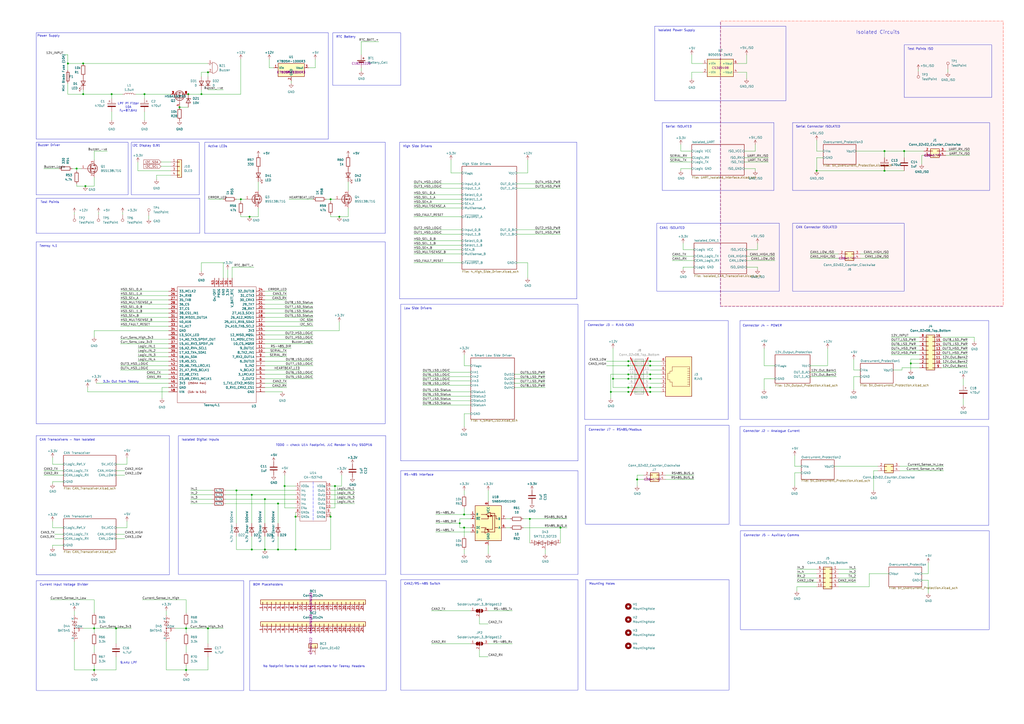
<source format=kicad_sch>
(kicad_sch (version 20250114) (generator "eeschema") (generator_version "9.0")
  (paper "A2")
  (title_block (title "BMS Comms Master Board") (date "2025-05-21") (rev "0.1") (company "eChook"))
  (lib_symbols
    (symbol "+5V_1" (power) (pin_numbers (hide yes)) (pin_names (offset 0) (hide yes))
      (property "Value" "+5V" (at 0 3.556 0))
      (symbol "+5V_1_1_1"
        (pin power_in line (at 0 0 90) (length 0) (name "~") (number "1"))
      )
    )
    (symbol "Connector:RJ45" (pin_names (offset 1.016))
      (property "Reference" "J" (at -5.08 13.97 0))
      (property "Value" "RJ45" (at 2.54 13.97 0))
      (symbol "RJ45_1_1"
        (pin passive line (at 10.16 10.16 180) (length 2.54) (name "~") (number "8"))
        (pin passive line (at 10.16 7.62 180) (length 2.54) (name "~") (number "7"))
        (pin passive line (at 10.16 5.08 180) (length 2.54) (name "~") (number "6"))
        (pin passive line (at 10.16 2.54 180) (length 2.54) (name "~") (number "5"))
        (pin passive line (at 10.16 0 180) (length 2.54) (name "~") (number "4"))
        (pin passive line (at 10.16 -2.54 180) (length 2.54) (name "~") (number "3"))
        (pin passive line (at 10.16 -5.08 180) (length 2.54) (name "~") (number "2"))
        (pin passive line (at 10.16 -7.62 180) (length 2.54) (name "~") (number "1"))
      )
    )
    (symbol "Connector:TestPoint" (pin_numbers (hide yes)) (pin_names (offset 0.762) (hide yes))
      (property "Reference" "TP" (at 0 6.858 0))
      (property "Value" "TestPoint" (at 0 5.08 0))
      (symbol "TestPoint_1_1"
        (pin passive line (at 0 0 90) (length 2.54) (name "1") (number "1"))
      )
    )
    (symbol "Connector_Generic:Conn_01x02" (pin_names (offset 1.016) (hide yes))
      (property "Reference" "J" (at 0 2.54 0))
      (property "Value" "Conn_01x02" (at 0 -5.08 0))
      (symbol "Conn_01x02_1_1"
        (pin passive line (at -5.08 0 0) (length 3.81) (name "Pin_1") (number "1"))
        (pin passive line (at -5.08 -2.54 0) (length 3.81) (name "Pin_2") (number "2"))
      )
    )
    (symbol "Connector_Generic:Conn_01x04" (pin_names (offset 1.016) (hide yes))
      (property "Reference" "J" (at 0 5.08 0))
      (property "Value" "Conn_01x04" (at 0 -7.62 0))
      (symbol "Conn_01x04_1_1"
        (pin passive line (at -5.08 2.54 0) (length 3.81) (name "Pin_1") (number "1"))
        (pin passive line (at -5.08 0 0) (length 3.81) (name "Pin_2") (number "2"))
        (pin passive line (at -5.08 -2.54 0) (length 3.81) (name "Pin_3") (number "3"))
        (pin passive line (at -5.08 -5.08 0) (length 3.81) (name "Pin_4") (number "4"))
      )
    )
    (symbol "Connector_Generic:Conn_01x24" (pin_names (offset 1.016) (hide yes))
      (property "Reference" "J" (at 0 30.48 0))
      (property "Value" "Conn_01x24" (at 0 -33.02 0))
      (symbol "Conn_01x24_1_1"
        (pin passive line (at -5.08 27.94 0) (length 3.81) (name "Pin_1") (number "1"))
        (pin passive line (at -5.08 25.4 0) (length 3.81) (name "Pin_2") (number "2"))
        (pin passive line (at -5.08 22.86 0) (length 3.81) (name "Pin_3") (number "3"))
        (pin passive line (at -5.08 20.32 0) (length 3.81) (name "Pin_4") (number "4"))
        (pin passive line (at -5.08 17.78 0) (length 3.81) (name "Pin_5") (number "5"))
        (pin passive line (at -5.08 15.24 0) (length 3.81) (name "Pin_6") (number "6"))
        (pin passive line (at -5.08 12.7 0) (length 3.81) (name "Pin_7") (number "7"))
        (pin passive line (at -5.08 10.16 0) (length 3.81) (name "Pin_8") (number "8"))
        (pin passive line (at -5.08 7.62 0) (length 3.81) (name "Pin_9") (number "9"))
        (pin passive line (at -5.08 5.08 0) (length 3.81) (name "Pin_10") (number "10"))
        (pin passive line (at -5.08 2.54 0) (length 3.81) (name "Pin_11") (number "11"))
        (pin passive line (at -5.08 0 0) (length 3.81) (name "Pin_12") (number "12"))
        (pin passive line (at -5.08 -2.54 0) (length 3.81) (name "Pin_13") (number "13"))
        (pin passive line (at -5.08 -5.08 0) (length 3.81) (name "Pin_14") (number "14"))
        (pin passive line (at -5.08 -7.62 0) (length 3.81) (name "Pin_15") (number "15"))
        (pin passive line (at -5.08 -10.16 0) (length 3.81) (name "Pin_16") (number "16"))
        (pin passive line (at -5.08 -12.7 0) (length 3.81) (name "Pin_17") (number "17"))
        (pin passive line (at -5.08 -15.24 0) (length 3.81) (name "Pin_18") (number "18"))
        (pin passive line (at -5.08 -17.78 0) (length 3.81) (name "Pin_19") (number "19"))
        (pin passive line (at -5.08 -20.32 0) (length 3.81) (name "Pin_20") (number "20"))
        (pin passive line (at -5.08 -22.86 0) (length 3.81) (name "Pin_21") (number "21"))
        (pin passive line (at -5.08 -25.4 0) (length 3.81) (name "Pin_22") (number "22"))
        (pin passive line (at -5.08 -27.94 0) (length 3.81) (name "Pin_23") (number "23"))
        (pin passive line (at -5.08 -30.48 0) (length 3.81) (name "Pin_24") (number "24"))
      )
    )
    (symbol "Connector_Generic:Conn_02x02_Counter_Clockwise" (pin_names (offset 1.016) (hide yes))
      (property "Reference" "J" (at 1.27 2.54 0))
      (property "Value" "Conn_02x02_Counter_Clockwise" (at 1.27 -5.08 0))
      (symbol "Conn_02x02_Counter_Clockwise_1_1"
        (pin passive line (at -5.08 0 0) (length 3.81) (name "Pin_1") (number "1"))
        (pin passive line (at -5.08 -2.54 0) (length 3.81) (name "Pin_2") (number "2"))
        (pin passive line (at 7.62 0 180) (length 3.81) (name "Pin_4") (number "4"))
        (pin passive line (at 7.62 -2.54 180) (length 3.81) (name "Pin_3") (number "3"))
      )
    )
    (symbol "Connector_Generic:Conn_02x05_Top_Bottom" (pin_names (offset 1.016) (hide yes))
      (property "Reference" "J" (at 1.27 7.62 0))
      (property "Value" "Conn_02x05_Top_Bottom" (at 1.27 -7.62 0))
      (symbol "Conn_02x05_Top_Bottom_1_1"
        (pin passive line (at -5.08 5.08 0) (length 3.81) (name "Pin_1") (number "1"))
        (pin passive line (at -5.08 2.54 0) (length 3.81) (name "Pin_2") (number "2"))
        (pin passive line (at -5.08 0 0) (length 3.81) (name "Pin_3") (number "3"))
        (pin passive line (at -5.08 -2.54 0) (length 3.81) (name "Pin_4") (number "4"))
        (pin passive line (at -5.08 -5.08 0) (length 3.81) (name "Pin_5") (number "5"))
        (pin passive line (at 7.62 5.08 180) (length 3.81) (name "Pin_6") (number "6"))
        (pin passive line (at 7.62 2.54 180) (length 3.81) (name "Pin_7") (number "7"))
        (pin passive line (at 7.62 0 180) (length 3.81) (name "Pin_8") (number "8"))
        (pin passive line (at 7.62 -2.54 180) (length 3.81) (name "Pin_9") (number "9"))
        (pin passive line (at 7.62 -5.08 180) (length 3.81) (name "Pin_10") (number "10"))
      )
    )
    (symbol "Connector_Generic:Conn_02x08_Odd_Even" (pin_names (offset 1.016) (hide yes))
      (property "Reference" "J" (at 1.27 10.16 0))
      (property "Value" "Conn_02x08_Odd_Even" (at 1.27 -12.7 0))
      (symbol "Conn_02x08_Odd_Even_1_1"
        (pin passive line (at -5.08 7.62 0) (length 3.81) (name "Pin_1") (number "1"))
        (pin passive line (at -5.08 5.08 0) (length 3.81) (name "Pin_3") (number "3"))
        (pin passive line (at -5.08 2.54 0) (length 3.81) (name "Pin_5") (number "5"))
        (pin passive line (at -5.08 0 0) (length 3.81) (name "Pin_7") (number "7"))
        (pin passive line (at -5.08 -2.54 0) (length 3.81) (name "Pin_9") (number "9"))
        (pin passive line (at -5.08 -5.08 0) (length 3.81) (name "Pin_11") (number "11"))
        (pin passive line (at -5.08 -7.62 0) (length 3.81) (name "Pin_13") (number "13"))
        (pin passive line (at -5.08 -10.16 0) (length 3.81) (name "Pin_15") (number "15"))
        (pin passive line (at 7.62 7.62 180) (length 3.81) (name "Pin_2") (number "2"))
        (pin passive line (at 7.62 5.08 180) (length 3.81) (name "Pin_4") (number "4"))
        (pin passive line (at 7.62 2.54 180) (length 3.81) (name "Pin_6") (number "6"))
        (pin passive line (at 7.62 0 180) (length 3.81) (name "Pin_8") (number "8"))
        (pin passive line (at 7.62 -2.54 180) (length 3.81) (name "Pin_10") (number "10"))
        (pin passive line (at 7.62 -5.08 180) (length 3.81) (name "Pin_12") (number "12"))
        (pin passive line (at 7.62 -7.62 180) (length 3.81) (name "Pin_14") (number "14"))
        (pin passive line (at 7.62 -10.16 180) (length 3.81) (name "Pin_16") (number "16"))
      )
    )
    (symbol "Connector_Generic:Conn_02x08_Top_Bottom" (pin_names (offset 1.016) (hide yes))
      (property "Reference" "J" (at 1.27 10.16 0))
      (property "Value" "Conn_02x08_Top_Bottom" (at 1.27 -12.7 0))
      (symbol "Conn_02x08_Top_Bottom_1_1"
        (pin passive line (at -5.08 7.62 0) (length 3.81) (name "Pin_1") (number "1"))
        (pin passive line (at -5.08 5.08 0) (length 3.81) (name "Pin_2") (number "2"))
        (pin passive line (at -5.08 2.54 0) (length 3.81) (name "Pin_3") (number "3"))
        (pin passive line (at -5.08 0 0) (length 3.81) (name "Pin_4") (number "4"))
        (pin passive line (at -5.08 -2.54 0) (length 3.81) (name "Pin_5") (number "5"))
        (pin passive line (at -5.08 -5.08 0) (length 3.81) (name "Pin_6") (number "6"))
        (pin passive line (at -5.08 -7.62 0) (length 3.81) (name "Pin_7") (number "7"))
        (pin passive line (at -5.08 -10.16 0) (length 3.81) (name "Pin_8") (number "8"))
        (pin passive line (at 7.62 7.62 180) (length 3.81) (name "Pin_9") (number "9"))
        (pin passive line (at 7.62 5.08 180) (length 3.81) (name "Pin_10") (number "10"))
        (pin passive line (at 7.62 2.54 180) (length 3.81) (name "Pin_11") (number "11"))
        (pin passive line (at 7.62 0 180) (length 3.81) (name "Pin_12") (number "12"))
        (pin passive line (at 7.62 -2.54 180) (length 3.81) (name "Pin_13") (number "13"))
        (pin passive line (at 7.62 -5.08 180) (length 3.81) (name "Pin_14") (number "14"))
        (pin passive line (at 7.62 -7.62 180) (length 3.81) (name "Pin_15") (number "15"))
        (pin passive line (at 7.62 -10.16 180) (length 3.81) (name "Pin_16") (number "16"))
      )
    )
    (symbol "Converter_DCDC:TBA1-0511E"
      (property "Reference" "U" (at -6.35 6.35 0))
      (property "Value" "TBA1-0511E" (at 2.54 6.35 0))
      (symbol "TBA1-0511E_1_1"
        (pin power_in line (at -10.16 2.54 0) (length 2.54) (name "+Vin") (number "1"))
        (pin power_in line (at -10.16 -2.54 0) (length 2.54) (name "-Vin") (number "2"))
        (pin power_out line (at 10.16 2.54 180) (length 2.54) (name "+Vout") (number "6"))
        (pin power_out line (at 10.16 -2.54 180) (length 2.54) (name "-Vout") (number "4"))
      )
    )
    (symbol "Device:Battery_Cell" (pin_numbers (hide yes)) (pin_names (offset 0) (hide yes))
      (property "Reference" "BT" (at 2.54 2.54 0))
      (property "Value" "Battery_Cell" (at 2.54 0 0))
      (symbol "Battery_Cell_1_1"
        (pin passive line (at 0 5.08 270) (length 2.54) (name "+") (number "1"))
        (pin passive line (at 0 -2.54 90) (length 2.54) (name "-") (number "2"))
      )
    )
    (symbol "Device:Buzzer" (pin_names (offset 0.0254) (hide yes))
      (property "Reference" "BZ" (at 3.81 1.27 0))
      (property "Value" "Buzzer" (at 3.81 -1.27 0))
      (symbol "Buzzer_1_1"
        (pin passive line (at -2.54 2.54 0) (length 2.54) (name "+") (number "1"))
        (pin passive line (at -2.54 -2.54 0) (length 2.54) (name "-") (number "2"))
      )
    )
    (symbol "Device:C" (pin_numbers (hide yes)) (pin_names (offset 0.254))
      (property "Reference" "C" (at 0.635 2.54 0))
      (property "Value" "C" (at 0.635 -2.54 0))
      (symbol "C_1_1"
        (pin passive line (at 0 3.81 270) (length 2.794) (name "~") (number "1"))
        (pin passive line (at 0 -3.81 90) (length 2.794) (name "~") (number "2"))
      )
    )
    (symbol "Device:C_Polarized" (pin_numbers (hide yes)) (pin_names (offset 0.254))
      (property "Reference" "C" (at 0.635 2.54 0))
      (property "Value" "C_Polarized" (at 0.635 -2.54 0))
      (symbol "C_Polarized_1_1"
        (pin passive line (at 0 3.81 270) (length 2.794) (name "~") (number "1"))
        (pin passive line (at 0 -3.81 90) (length 2.794) (name "~") (number "2"))
      )
    )
    (symbol "Device:D" (pin_numbers (hide yes)) (pin_names (offset 1.016) (hide yes))
      (property "Reference" "D" (at 0 2.54 0))
      (property "Value" "D" (at 0 -2.54 0))
      (symbol "D_1_1"
        (pin passive line (at -3.81 0 0) (length 2.54) (name "K") (number "1"))
        (pin passive line (at 3.81 0 180) (length 2.54) (name "A") (number "2"))
      )
    )
    (symbol "Device:D_Zener" (pin_numbers (hide yes)) (pin_names (offset 1.016) (hide yes))
      (property "Reference" "D" (at 0 2.54 0))
      (property "Value" "D_Zener" (at 0 -2.54 0))
      (symbol "D_Zener_1_1"
        (pin passive line (at -3.81 0 0) (length 2.54) (name "K") (number "1"))
        (pin passive line (at 3.81 0 180) (length 2.54) (name "A") (number "2"))
      )
    )
    (symbol "Device:Fuse" (pin_numbers (hide yes)) (pin_names (offset 0))
      (property "Reference" "F" (at 2.032 0 90))
      (property "Value" "Fuse" (at -1.905 0 90))
      (symbol "Fuse_1_1"
        (pin passive line (at 0 3.81 270) (length 1.27) (name "~") (number "1"))
        (pin passive line (at 0 -3.81 90) (length 1.27) (name "~") (number "2"))
      )
    )
    (symbol "Device:L" (pin_numbers (hide yes)) (pin_names (offset 1.016) (hide yes))
      (property "Reference" "L" (at -1.27 0 90))
      (property "Value" "L" (at 1.905 0 90))
      (symbol "L_1_1"
        (pin passive line (at 0 3.81 270) (length 1.27) (name "1") (number "1"))
        (pin passive line (at 0 -3.81 90) (length 1.27) (name "2") (number "2"))
      )
    )
    (symbol "Device:LED" (pin_numbers (hide yes)) (pin_names (offset 1.016) (hide yes))
      (property "Reference" "D" (at 0 2.54 0))
      (property "Value" "LED" (at 0 -2.54 0))
      (symbol "LED_1_1"
        (pin passive line (at -3.81 0 0) (length 2.54) (name "K") (number "1"))
        (pin passive line (at 3.81 0 180) (length 2.54) (name "A") (number "2"))
      )
    )
    (symbol "Device:R" (pin_numbers (hide yes)) (pin_names (offset 0))
      (property "Reference" "R" (at 2.032 0 90))
      (property "Value" "R" (at 0 0 90))
      (symbol "R_1_1"
        (pin passive line (at 0 3.81 270) (length 1.27) (name "~") (number "1"))
        (pin passive line (at 0 -3.81 90) (length 1.27) (name "~") (number "2"))
      )
    )
    (symbol "Diode:BAT54S" (pin_names (offset 0))
      (property "Reference" "D" (at 2.54 -5.08 0))
      (property "Value" "BAT54S" (at -6.35 3.175 0))
      (symbol "BAT54S_1_1"
        (pin passive line (at -7.62 0 0) (length 3.81) (name "A") (number "1"))
        (pin passive line (at 0 -5.08 90) (length 5.08) (name "COM") (number "3"))
        (pin passive line (at 7.62 0 180) (length 3.81) (name "K") (number "2"))
      )
    )
    (symbol "Diode:SM712_SOT23" (pin_names (offset 1.016) (hide yes))
      (property "Reference" "D" (at 0 4.445 0))
      (property "Value" "SM712_SOT23" (at 0 2.54 0))
      (symbol "SM712_SOT23_1_1"
        (pin passive line (at -8.89 0 0) (length 2.54) (name "A1") (number "1"))
        (pin input line (at 0 -3.81 90) (length 2.54) (name "common") (number "3"))
        (pin passive line (at 8.89 0 180) (length 2.54) (name "A2") (number "2"))
      )
    )
    (symbol "Interface_UART:SN65HVD11HD"
      (property "Reference" "U" (at -7.62 12.7 0))
      (property "Value" "SN65HVD11HD" (at 2.54 12.7 0))
      (symbol "SN65HVD11HD_1_1"
        (pin output line (at -10.16 5.08 0) (length 2.54) (name "R") (number "1"))
        (pin input line (at -10.16 2.54 0) (length 2.54) (name "~{RE}") (number "2"))
        (pin input line (at -10.16 -2.54 0) (length 2.54) (name "DE") (number "3"))
        (pin input line (at -10.16 -5.08 0) (length 2.54) (name "D") (number "4"))
        (pin power_in line (at 0 12.7 270) (length 2.54) (name "VCC") (number "8"))
        (pin power_in line (at 0 -12.7 90) (length 2.54) (name "GND") (number "5"))
        (pin bidirectional line (at 10.16 2.54 180) (length 2.54) (name "B") (number "7"))
        (pin bidirectional line (at 10.16 -2.54 180) (length 2.54) (name "A") (number "6"))
      )
    )
    (symbol "Jumper:SolderJumper_3_Bridged12" (pin_names (offset 0) (hide yes)) (in_bom no)
      (property "Reference" "JP" (at -2.54 -2.54 0))
      (property "Value" "SolderJumper_3_Bridged12" (at 0 2.794 0))
      (symbol "SolderJumper_3_Bridged12_1_1"
        (pin passive line (at -5.08 0 0) (length 2.54) (name "A") (number "1"))
        (pin passive line (at 0 -3.81 90) (length 2.54) (name "C") (number "2"))
        (pin passive line (at 5.08 0 180) (length 2.54) (name "B") (number "3"))
      )
    )
    (symbol "LED_1" (pin_numbers (hide yes)) (pin_names (offset 1.016) (hide yes))
      (property "Reference" "D" (at 0 2.54 0))
      (property "Value" "LED" (at 0 -2.54 0))
      (symbol "LED_1_1_1"
        (pin passive line (at -3.81 0 0) (length 2.54) (name "K") (number "1"))
        (pin passive line (at 3.81 0 180) (length 2.54) (name "A") (number "2"))
      )
    )
    (symbol "Mechanical:MountingHole" (pin_names (offset 1.016)) (in_bom no)
      (property "Reference" "H" (at 0 5.08 0))
      (property "Value" "MountingHole" (at 0 3.175 0))
    )
    (symbol "Regulator_Switching:TSR_1-2450"
      (property "Reference" "U" (at -7.62 6.35 0))
      (property "Value" "TSR_1-2450" (at -1.27 6.35 0))
      (symbol "TSR_1-2450_1_1"
        (pin power_in line (at -10.16 2.54 0) (length 2.54) (name "Vin") (number "1"))
        (pin power_in line (at 0 -5.08 90) (length 2.54) (name "GND") (number "2"))
        (pin power_out line (at 10.16 2.54 180) (length 2.54) (name "Vout") (number "3"))
      )
    )
    (symbol "Transistor_FET:IRLZ34N" (pin_names (hide yes))
      (property "Reference" "Q2" (at -2.54 -5.08 90))
      (property "Value" "SIRA00DP-T1-GE3" (at 0 3.81 90))
      (symbol "IRLZ34N_1_0"
        (pin passive line (at 1.27 5.08 270) (length 2.54) (name "D") (number "6"))
        (pin passive line (at 1.27 5.08 270) (length 2.54) (name "D") (number "7"))
        (pin passive line (at 1.27 5.08 270) (length 2.54) (name "D") (number "8"))
      )
      (symbol "IRLZ34N_1_1"
        (pin input line (at -6.35 0 0) (length 2.54) (name "G") (number "4"))
        (pin passive line (at 1.27 5.08 270) (length 2.54) (name "D") (number "5"))
        (pin passive line (at 1.27 -5.08 90) (length 2.54) (name "S") (number "1"))
        (pin passive line (at 1.27 -5.08 90) (length 2.54) (name "S") (number "2"))
        (pin passive line (at 1.27 -5.08 90) (length 2.54) (name "S") (number "3"))
      )
    )
    (symbol "Transistor_FET_Other:Q_NMOS_Depletion_GSD" (pin_names (offset 0) (hide yes))
      (property "Reference" "Q" (at 5.08 1.905 0))
      (property "Value" "Q_NMOS_Depletion_GSD" (at 5.08 0 0))
      (symbol "Q_NMOS_Depletion_GSD_1_1"
        (pin input line (at -5.08 0 0) (length 2.54) (name "G") (number "1"))
        (pin passive line (at 2.54 5.08 270) (length 2.54) (name "D") (number "3"))
        (pin passive line (at 2.54 -5.08 90) (length 2.54) (name "S") (number "2"))
      )
    )
    (symbol "User:CA-IS3740HB"
      (property "Reference" "U" (at 0 -1.27 0))
      (property "Value" "CA-IS3740" (at 0 23.876 0))
      (symbol "CA-IS3740HB_1_1"
        (pin power_in line (at -10.16 20.32 0) (length 2.54) (name "VDD_{A}") (number "1"))
        (pin input line (at -10.16 17.78 0) (length 2.54) (name "In_{1}") (number "3"))
        (pin input line (at -10.16 15.24 0) (length 2.54) (name "In_{2}") (number "4"))
        (pin input line (at -10.16 12.7 0) (length 2.54) (name "In_{3}") (number "5"))
        (pin input line (at -10.16 10.16 0) (length 2.54) (name "In_{4}") (number "6"))
        (pin input line (at -10.16 7.62 0) (length 2.54) (name "EN_{A}") (number "7"))
        (pin power_in line (at -10.16 5.08 0) (length 2.54) (name "GND_{A}") (number "8"))
        (pin power_in line (at -10.16 2.54 0) (length 2.54) (name "GND_{A}") (number "2"))
        (pin power_in line (at 10.16 20.32 180) (length 2.54) (name "VDD_{B}") (number "16"))
        (pin output line (at 10.16 17.78 180) (length 2.54) (name "Out_{1}") (number "14"))
        (pin output line (at 10.16 15.24 180) (length 2.54) (name "Out_{2}") (number "13"))
        (pin output line (at 10.16 12.7 180) (length 2.54) (name "Out_{3}") (number "12"))
        (pin output line (at 10.16 10.16 180) (length 2.54) (name "Out_{4}") (number "11"))
        (pin input line (at 10.16 7.62 180) (length 2.54) (name "EN_{B}") (number "10"))
        (pin power_in line (at 10.16 5.08 180) (length 2.54) (name "GND_{B}") (number "9"))
        (pin power_in line (at 10.16 2.54 180) (length 2.54) (name "GND_{B}") (number "15"))
      )
    )
    (symbol "power:+12V" (power) (pin_names (offset 0))
      (property "Value" "+12V" (at 0 3.556 0))
      (symbol "+12V_1_1"
        (pin power_in line (at 0 0 90) (length 0) (hide yes) (name "+12V") (number "1"))
      )
    )
    (symbol "power:+3.3V" (power) (pin_names (offset 0))
      (property "Value" "+3.3V" (at 0 3.556 0))
      (symbol "+3.3V_1_1"
        (pin power_in line (at 0 0 90) (length 0) (hide yes) (name "+3.3V") (number "1"))
      )
    )
    (symbol "power:+5V" (power) (pin_names (offset 0))
      (property "Value" "+5V" (at 0 3.556 0))
      (symbol "+5V_1_1"
        (pin power_in line (at 0 0 90) (length 0) (hide yes) (name "+5V") (number "1"))
      )
    )
    (symbol "power:GND" (power) (pin_names (offset 0))
      (property "Value" "GND" (at 0 -3.81 0))
      (symbol "GND_1_1"
        (pin power_in line (at 0 0 270) (length 0) (hide yes) (name "GND") (number "1"))
      )
    )
    (symbol "teensy:Teensy4.1" (pin_names (offset 1.016))
      (property "Reference" "U4" (at -22.86 62.865 0))
      (property "Value" "Teensy4.1" (at -1.905 62.23 0))
      (symbol "Teensy4.1_0_0"
        (text "(3.6v to 5.5v)" (at 11.43 54.61 0) (effects (font (size 1.016 1.016))))
        (text "(250mA max)" (at 11.43 49.53 0) (effects (font (size 1.016 1.016))))
        (pin bidirectional line (at -27.94 44.45 0) (length 5.08) (name "3_LRCLK2") (number "5"))
        (pin bidirectional line (at -27.94 41.91 0) (length 5.08) (name "4_BCLK2") (number "6"))
        (pin bidirectional line (at -27.94 39.37 0) (length 5.08) (name "5_IN2") (number "7"))
        (pin bidirectional line (at -27.94 36.83 0) (length 5.08) (name "6_OUT1D") (number "8"))
        (pin bidirectional line (at -27.94 34.29 0) (length 5.08) (name "7_RX2_OUT1A") (number "9"))
        (pin bidirectional line (at -27.94 31.75 0) (length 5.08) (name "8_TX2_IN1") (number "10"))
        (pin bidirectional line (at -27.94 29.21 0) (length 5.08) (name "9_OUT1C") (number "11"))
        (pin bidirectional line (at -27.94 26.67 0) (length 5.08) (name "10_CS_MQSR") (number "12"))
        (pin bidirectional line (at -27.94 24.13 0) (length 5.08) (name "11_MOSI_CTX1") (number "13"))
        (pin bidirectional line (at -27.94 21.59 0) (length 5.08) (name "12_MISO_MQSL") (number "14"))
        (pin power_in line (at -27.94 19.05 0) (length 5.08) (name "3V3") (number "15"))
        (pin bidirectional line (at -27.94 16.51 0) (length 5.08) (name "24_A10_TX6_SCL2") (number "16"))
        (pin bidirectional line (at -27.94 13.97 0) (length 5.08) (name "25_A11_RX6_SDA2") (number "17"))
        (pin bidirectional line (at -27.94 11.43 0) (length 5.08) (name "26_A12_MOSI1") (number "18"))
        (pin bidirectional line (at -27.94 8.89 0) (length 5.08) (name "27_A13_SCK1") (number "19"))
        (pin bidirectional line (at -27.94 6.35 0) (length 5.08) (name "28_RX7") (number "20"))
        (pin bidirectional line (at -27.94 3.81 0) (length 5.08) (name "29_TX7") (number "21"))
        (pin bidirectional line (at -27.94 1.27 0) (length 5.08) (name "30_CRX3") (number "22"))
        (pin bidirectional line (at -27.94 -1.27 0) (length 5.08) (name "31_CTX3") (number "23"))
        (pin bidirectional line (at -27.94 -3.81 0) (length 5.08) (name "32_OUT1B") (number "24"))
        (pin power_in line (at 27.94 54.61 180) (length 5.08) (name "VIN") (number "48"))
        (pin output line (at 27.94 52.07 180) (length 5.08) (name "GND") (number "47"))
        (pin output line (at 27.94 49.53 180) (length 5.08) (name "3V3") (number "46"))
        (pin bidirectional line (at 27.94 46.99 180) (length 5.08) (name "23_A9_CRX1_MCLK1") (number "45"))
        (pin bidirectional line (at 27.94 44.45 180) (length 5.08) (name "22_A8_CTX1") (number "44"))
        (pin bidirectional line (at 27.94 41.91 180) (length 5.08) (name "21_A7_RX5_BCLK1") (number "43"))
        (pin bidirectional line (at 27.94 39.37 180) (length 5.08) (name "20_A6_TX5_LRCLK1") (number "42"))
        (pin bidirectional line (at 27.94 36.83 180) (length 5.08) (name "19_A5_SCL") (number "41"))
        (pin bidirectional line (at 27.94 34.29 180) (length 5.08) (name "18_A4_SDA") (number "40"))
        (pin bidirectional line (at 27.94 31.75 180) (length 5.08) (name "17_A3_TX4_SDA1") (number "39"))
        (pin bidirectional line (at 27.94 29.21 180) (length 5.08) (name "16_A2_RX4_SCL1") (number "38"))
        (pin bidirectional line (at 27.94 26.67 180) (length 5.08) (name "15_A1_RX3_SPDIF_IN") (number "37"))
        (pin bidirectional line (at 27.94 24.13 180) (length 5.08) (name "14_A0_TX3_SPDIF_OUT") (number "36"))
        (pin bidirectional line (at 27.94 21.59 180) (length 5.08) (name "13_SCK_LED") (number "35"))
        (pin bidirectional line (at 27.94 16.51 180) (length 5.08) (name "41_A17") (number "33"))
        (pin bidirectional line (at 27.94 13.97 180) (length 5.08) (name "40_A16") (number "32"))
        (pin bidirectional line (at 27.94 11.43 180) (length 5.08) (name "39_MISO1_OUT1A") (number "31"))
        (pin bidirectional line (at 27.94 8.89 180) (length 5.08) (name "38_CS1_IN1") (number "30"))
        (pin bidirectional line (at 27.94 6.35 180) (length 5.08) (name "37_CS") (number "29"))
        (pin bidirectional line (at 27.94 3.81 180) (length 5.08) (name "36_CS") (number "28"))
        (pin bidirectional line (at 27.94 1.27 180) (length 5.08) (name "35_TX8") (number "27"))
        (pin bidirectional line (at 27.94 -1.27 180) (length 5.08) (name "34_RX8") (number "26"))
        (pin bidirectional line (at 27.94 -3.81 180) (length 5.08) (name "33_MCLK2") (number "25"))
      )
      (symbol "Teensy4.1_1_0"
        (pin bidirectional line (at -8.89 -11.43 90) (length 5.08) (name "V_BATT_RTC") (number "49"))
        (pin bidirectional line (at -6.35 -11.43 90) (length 5.08) (name "3.3V") (number "50"))
        (pin bidirectional line (at -3.81 -11.43 90) (length 5.08) (name "GND") (number "51"))
        (pin bidirectional line (at -1.27 -11.43 90) (length 5.08) (name "PROG") (number "52"))
        (pin bidirectional line (at 1.27 -11.43 90) (length 5.08) (name "On/OFF") (number "53"))
      )
      (symbol "Teensy4.1_1_1"
        (pin power_in line (at -27.94 54.61 0) (length 5.08) (name "GND") (number "1"))
        (pin bidirectional line (at -27.94 52.07 0) (length 5.08) (name "0_RX1_CRX2_CS1") (number "2"))
        (pin bidirectional line (at -27.94 49.53 0) (length 5.08) (name "1_TX1_CTX2_MISO1") (number "3"))
        (pin bidirectional line (at -27.94 46.99 0) (length 5.08) (name "2_OUT2") (number "4"))
        (pin power_in line (at 27.94 19.05 180) (length 5.08) (name "GND") (number "34"))
      )
    )
  )
  (rectangle (start 144.78 336.804) (end 224.028 400.558))
  (rectangle (start 20.955 19.05) (end 190.5 80.645))
  (rectangle (start 118.745 82.55) (end 223.52 135.382))
  (rectangle (start 594.36 9.906) (end 708.66 73.406))
  (rectangle (start 20.955 82.55) (end 74.295 113.03))
  (rectangle (start 384.175 71.12) (end 448.945 110.49))
  (rectangle (start 459.74 71.12) (end 574.04 110.49))
  (rectangle (start 20.955 140.335) (end 223.52 245.745))
  (rectangle (start 231.775 82.55) (end 334.645 173.355))
  (rectangle (start 103.505 252.73) (end 223.774 333.248))
  (rectangle (start 20.955 252.73) (end 98.298 333.375))
  (rectangle (start 459.74 129.54) (end 524.51 168.91))
  (rectangle (start 339.09 185.928) (end 422.402 243.332))
  (rectangle (start 429.26 247.396) (end 573.532 304.8))
  (rectangle (start 76.2 82.55) (end 115.57 113.03))
  (rectangle (start 524.51 26.035) (end 575.31 56.515))
  (rectangle (start 429.514 307.848) (end 573.786 365.252))
  (rectangle (start 21.082 336.804) (end 141.351 400.558))
  (rectangle (start 379.73 15.24) (end 455.93 58.42))
  (rectangle (start 193.04 19.05) (end 232.41 49.53))
  (rectangle (start 418.084 12.192) (end 581.914 177.546) (stroke (width 0) (type dash) (color 255 21 0 1)) (fill (type color) (color 255 0 2 0.05)))
  (rectangle (start 232.41 273.05) (end 335.28 333.248))
  (rectangle (start 21.082 114.935) (end 115.824 135.382))
  (rectangle (start 339.598 246.634) (end 422.91 304.038))
  (rectangle (start 429.26 185.928) (end 573.532 243.332))
  (rectangle (start 339.852 336.296) (end 422.91 400.304))
  (rectangle (start 381 129.54) (end 452.12 168.91))
  (rectangle (start 232.41 176.53) (end 335.28 267.335))
  (rectangle (start 232.41 336.296) (end 335.28 400.304))
  (text "Serial ISOLATED" (at 386.08 74.295 0) (effects (font (size 1.27 1.27)) (justify left bottom)))
  (text "CAN Connector ISOLATED" (at 461.645 132.715 0) (effects (font (size 1.27 1.27)) (justify left bottom)))
  (text "High Side Drivers" (at 233.68 85.725 0) (effects (font (size 1.27 1.27)) (justify left bottom)))
  (text "I2C Display 0.91" (at 76.708 85.344 0) (effects (font (size 1.27 1.27)) (justify left bottom)))
  (text "CAN Transceivers - Non Isolated" (at 22.86 255.905 0) (effects (font (size 1.27 1.27)) (justify left bottom)))
  (text "Isolated Digital Inputs" (at 105.41 255.905 0) (effects (font (size 1.27 1.27)) (justify left bottom)))
  (text "CAN2/RS-485 Switch" (at 234.315 339.471 0) (effects (font (size 1.27 1.27)) (justify left bottom)))
  (text "Power Supply" (at 21.59 21.59 0) (effects (font (size 1.27 1.27)) (justify left bottom)))
  (text "Connector J5 - Auxillary Comms" (at 431.292 309.88 0) (effects (font (size 1.27 1.27)) (justify left top)))
  (text "CAN1 ISOLATED" (at 382.524 133.096 0) (effects (font (size 1.27 1.27)) (justify left bottom)))
  (text "Mounting Holes" (at 341.757 339.471 0) (effects (font (size 1.27 1.27)) (justify left bottom)))
  (text "RS-485 Interface" (at 234.315 276.225 0) (effects (font (size 1.27 1.27)) (justify left bottom)))
  (text "TODO - check U14 Footprint. JLC Render is tiny SSOP16" (at 187.96 258.318 0) (effects (font (size 1.27 1.27))))
  (text "Teensy 4.1" (at 22.86 143.51 0) (effects (font (size 1.27 1.27)) (justify left bottom)))
  (text "3.3v Out from Teesny" (at 70.104 221.488 0) (effects (font (size 1.27 1.27))))
  (text "Hardware License " (at 596.265 13.081 0) (effects (font (size 1.27 1.27)) (justify left bottom)))
  (text "No footprint items to hold part numbers for Teensy Headers" (at 182.118 386.588 0) (effects (font (size 1.27 1.27))))
  (text "RTC Battery" (at 194.945 22.225 0) (effects (font (size 1.27 1.27)) (justify left bottom)))
  (text "Test Points" (at 23.495 118.11 0) (effects (font (size 1.27 1.27)) (justify left bottom)))
  (text "Active LEDs" (at 120.65 85.725 0) (effects (font (size 1.27 1.27)) (justify left bottom)))
  (text "Connector J4 - POWER" (at 442.214 188.976 0) (effects (font (size 1.27 1.27))))
  (text "Buzzer Driver" (at 21.844 85.09 0) (effects (font (size 1.27 1.27)) (justify left bottom)))
  (text "Connector J2 - Analogue Current" (at 431.038 249.428 0) (effects (font (size 1.27 1.27)) (justify left top)))
  (text "Connector J3 - RJ45 CAN3" (at 340.868 187.96 0) (effects (font (size 1.27 1.27)) (justify left top)))
  (text "eChook Non-Commercial Open Hardware License (Version 1.0)\nCopyright (c) 2025 eChook\n1. License Grant\n Permission is hereby granted, free of charge, to any person obtaining a copy of this hardware\n design and associated documentation (the \"Design\"), to use, modify, and distribute the Design,\n subject to the following conditions:\n2. Non-Commercial Use Only\n This Design may not be used for commercial purposes. Commercial use includes, but is not limited\n to: manufacturing, distributing, selling, or integrating this Design into products or services\n for financial gain.\n3. Attribution\n Redistributions, modifications, or derivative works must include clear attribution to the original\n creator by retaining this license in all copies and providing visible credit in documentation\n or product descriptions.\n4. Modifications & Derivative Works\n Users may modify and create derivative works based on this Design. However, such works must also\n be licensed under this same Non-Commercial Open Hardware License.\n5. Warranty Disclaimer\n This Design is provided \"as is\", without warranty of any kind, express or implied. The author(s)\n shall not be liable for any damages arising from its use.\n6. Enforcement & Compliance\n Any unauthorized commercial use of this Design constitutes a violation of this license.\n The author(s) reserve the right to take legal action if necessary.\n" (at 596.392 42.418 0) (effects (font (size 1.27 1.27)) (justify left)))
  (text "Test Points ISO" (at 526.415 29.21 0) (effects (font (size 1.27 1.27)) (justify left bottom)))
  (text "LPF Pi Filter\n10A\nF_{c}=87.6Hz" (at 74.422 62.23 0) (effects (font (size 1.27 1.27))))
  (text "Connector J7 - RS485/Modbus" (at 341.376 248.666 0) (effects (font (size 1.27 1.27)) (justify left top)))
  (text "Current Input Voltage Divider" (at 22.987 339.979 0) (effects (font (size 1.27 1.27)) (justify left bottom)))
  (text "Isolated Circuits" (at 509.27 18.796 0) (effects (font (size 2.032 2.032))))
  (text "9.4Hz LPF\n" (at 74.676 384.556 0) (effects (font (size 1.27 1.27))))
  (text "Serial Connector ISOLATED" (at 461.645 74.295 0) (effects (font (size 1.27 1.27)) (justify left bottom)))
  (text "Isolated Power Supply" (at 381.635 18.415 0) (effects (font (size 1.27 1.27)) (justify left bottom)))
  (text "BOM Placeholders" (at 146.685 339.979 0) (effects (font (size 1.27 1.27)) (justify left bottom)))
  (text "Low Side Drivers" (at 234.315 179.705 0) (effects (font (size 1.27 1.27)) (justify left bottom)))
  (junction (at 269.24 306.07))
  (junction (at 48.26 36.83))
  (junction (at 196.85 125.73))
  (junction (at 48.26 54.61))
  (junction (at 191.77 299.72))
  (junction (at 54.61 388.62))
  (junction (at 473.71 99.06))
  (junction (at 377.19 209.55))
  (junction (at 354.33 227.33))
  (junction (at 144.78 125.73))
  (junction (at 44.45 97.79))
  (junction (at 153.67 318.77))
  (junction (at 377.19 227.33))
  (junction (at 364.49 227.33))
  (junction (at 513.08 99.06))
  (junction (at 107.95 364.49))
  (junction (at 364.49 212.09))
  (junction (at 355.6 219.71))
  (junction (at 364.49 224.79))
  (junction (at 307.34 300.99))
  (junction (at 369.57 278.13))
  (junction (at 364.49 219.71))
  (junction (at 171.45 318.77))
  (junction (at 146.05 287.02))
  (junction (at 165.1 281.94))
  (junction (at 83.82 54.61))
  (junction (at 137.16 284.48))
  (junction (at 364.49 217.17))
  (junction (at 104.14 62.23))
  (junction (at 64.77 54.61))
  (junction (at 364.49 209.55))
  (junction (at 139.7 115.57))
  (junction (at 116.84 54.61))
  (junction (at 120.65 364.49))
  (junction (at 377.19 212.09))
  (junction (at 171.45 299.72))
  (junction (at 266.7 303.53))
  (junction (at 191.77 115.57))
  (junction (at 528.32 210.82))
  (junction (at 161.29 318.77))
  (junction (at 49.53 107.95))
  (junction (at 325.12 306.07))
  (junction (at 161.29 292.1))
  (junction (at 513.08 87.63))
  (junction (at 269.24 298.45))
  (junction (at 146.05 318.77))
  (junction (at 524.51 87.63))
  (junction (at 39.37 36.83))
  (junction (at 153.67 289.56))
  (junction (at 377.19 219.71))
  (junction (at 377.19 224.79))
  (junction (at 377.19 217.17))
  (junction (at 194.31 281.94))
  (junction (at 54.61 364.49))
  (junction (at 109.22 54.61))
  (junction (at 107.95 388.62))
  (junction (at 67.31 364.49))
  (junction (at 120.65 41.91))
  (wire (pts (xy 396.24 144.78) (xy 402.59 144.78)))
  (wire (pts (xy 433.07 41.91) (xy 427.99 41.91)))
  (wire (pts (xy 439.42 144.78) (xy 433.07 144.78)))
  (wire (pts (xy 116.84 52.07) (xy 116.84 54.61)))
  (wire (pts (xy 107.95 347.98) (xy 82.55 347.98)))
  (wire (pts (xy 431.8 91.44) (xy 445.77 91.44)))
  (wire (pts (xy 80.01 201.93) (xy 97.79 201.93)))
  (wire (pts (xy 267.97 106.68) (xy 240.03 106.68)))
  (wire (pts (xy 146.05 311.15) (xy 146.05 318.77)))
  (wire (pts (xy 473.71 91.44) (xy 473.71 99.06)))
  (wire (pts (xy 54.61 191.77) (xy 54.61 195.58)))
  (wire (pts (xy 516.89 205.74) (xy 533.4 205.74)))
  (wire (pts (xy 364.49 219.71) (xy 377.19 219.71)))
  (wire (pts (xy 153.67 179.07) (xy 181.61 179.07)))
  (wire (pts (xy 189.23 115.57) (xy 191.77 115.57)))
  (wire (pts (xy 153.67 191.77) (xy 196.85 191.77)))
  (wire (pts (xy 153.67 212.09) (xy 181.61 212.09)))
  (wire (pts (xy 191.77 299.72) (xy 191.77 318.77)))
  (wire (pts (xy 134.62 154.94) (xy 147.32 154.94)))
  (wire (pts (xy 496.57 87.63) (xy 513.08 87.63)))
  (wire (pts (xy 469.9 215.9) (xy 485.14 215.9)))
  (wire (pts (xy 48.26 36.83) (xy 120.65 36.83)))
  (wire (pts (xy 209.55 39.37) (xy 209.55 41.275)))
  (wire (pts (xy 261.62 92.71) (xy 261.62 100.33)))
  (wire (pts (xy 153.67 214.63) (xy 173.99 214.63)))
  (wire (pts (xy 355.6 201.93) (xy 355.6 219.71)))
  (wire (pts (xy 153.67 194.31) (xy 181.61 194.31)))
  (wire (pts (xy 31.75 312.42) (xy 36.83 312.42)))
  (wire (pts (xy 93.98 224.79) (xy 93.98 231.14)))
  (wire (pts (xy 191.77 287.02) (xy 205.74 287.02)))
  (wire (pts (xy 549.8736 40.0309) (xy 549.8736 41.9359)))
  (wire (pts (xy 515.62 147.32) (xy 499.11 147.32)))
  (wire (pts (xy 149.86 105.41) (xy 149.86 110.49)))
  (wire (pts (xy 107.95 347.98) (xy 107.95 355.6)))
  (wire (pts (xy 62.23 87.63) (xy 54.61 87.63)))
  (wire (pts (xy 80.01 99.06) (xy 99.06 99.06)))
  (wire (pts (xy 39.37 54.61) (xy 48.26 54.61)))
  (wire (pts (xy 298.45 219.71) (xy 316.23 219.71)))
  (wire (pts (xy 433.07 31.75) (xy 433.07 36.83)))
  (wire (pts (xy 354.33 217.17) (xy 354.33 227.33)))
  (wire (pts (xy 283.21 284.48) (xy 283.21 290.83)))
  (wire (pts (xy 240.03 125.73) (xy 267.97 125.73)))
  (wire (pts (xy 39.37 31.75) (xy 39.37 36.83)))
  (polyline (pts (xy 417.83 177.8) (xy 581.66 177.8)) (stroke (width 0) (type dash)))
  (wire (pts (xy 299.72 106.68) (xy 325.12 106.68)))
  (wire (pts (xy 30.48 280.67) (xy 30.48 279.4)))
  (wire (pts (xy 354.33 227.33) (xy 364.49 227.33)))
  (wire (pts (xy 153.67 207.01) (xy 166.37 207.01)))
  (wire (pts (xy 480.06 212.09) (xy 469.9 212.09)))
  (wire (pts (xy 496.57 332.74) (xy 486.41 332.74)))
  (wire (pts (xy 273.05 232.41) (xy 245.11 232.41)))
  (wire (pts (xy 364.49 209.55) (xy 377.19 209.55)))
  (wire (pts (xy 438.15 99.06) (xy 438.15 97.79)))
  (wire (pts (xy 153.67 184.15) (xy 181.61 184.15)))
  (wire (pts (xy 548.64 87.63) (xy 562.61 87.63)))
  (wire (pts (xy 516.89 200.66) (xy 533.4 200.66)))
  (wire (pts (xy 191.77 116.84) (xy 191.77 115.57)))
  (wire (pts (xy 523.24 213.36) (xy 533.4 213.36)))
  (wire (pts (xy 293.37 300.99) (xy 295.91 300.99)))
  (wire (pts (xy 283.21 373.38) (xy 297.18 373.38)))
  (wire (pts (xy 396.24 154.94) (xy 402.59 154.94)))
  (wire (pts (xy 401.32 36.83) (xy 407.67 36.83)))
  (wire (pts (xy 299.72 100.33) (xy 306.07 100.33)))
  (wire (pts (xy 401.32 41.91) (xy 407.67 41.91)))
  (wire (pts (xy 431.8 93.98) (xy 445.77 93.98)))
  (wire (pts (xy 306.07 92.71) (xy 306.07 100.33)))
  (wire (pts (xy 31.75 309.88) (xy 36.83 309.88)))
  (wire (pts (xy 461.01 264.16) (xy 461.01 270.51)))
  (wire (pts (xy 561.34 198.12) (xy 546.1 198.12)))
  (wire (pts (xy 93.345 93.98) (xy 99.06 93.98)))
  (wire (pts (xy 120.65 41.91) (xy 120.65 44.45)))
  (wire (pts (xy 191.77 124.46) (xy 191.77 125.73)))
  (wire (pts (xy 101.6 364.49) (xy 107.95 364.49)))
  (wire (pts (xy 107.95 364.49) (xy 107.95 367.03)))
  (wire (pts (xy 83.82 54.61) (xy 99.06 54.61)))
  (wire (pts (xy 50.8 227.33) (xy 97.79 227.33)))
  (wire (pts (xy 355.6 219.71) (xy 364.49 219.71)))
  (wire (pts (xy 69.85 199.39) (xy 97.79 199.39)))
  (wire (pts (xy 386.08 275.59) (xy 402.59 275.59)))
  (wire (pts (xy 54.61 191.77) (xy 97.79 191.77)))
  (wire (pts (xy 240.03 118.11) (xy 267.97 118.11)))
  (wire (pts (xy 39.37 36.83) (xy 48.26 36.83)))
  (wire (pts (xy 69.85 184.15) (xy 97.79 184.15)))
  (wire (pts (xy 153.67 318.77) (xy 161.29 318.77)))
  (wire (pts (xy 266.7 300.99) (xy 266.7 303.53)))
  (wire (pts (xy 278.13 381) (xy 278.13 377.19)))
  (wire (pts (xy 269.24 306.07) (xy 269.24 311.15)))
  (wire (pts (xy 30.48 306.07) (xy 36.83 306.07)))
  (wire (pts (xy 495.3 208.28) (xy 495.3 214.63)))
  (wire (pts (xy 165.1 275.59) (xy 165.1 281.94)))
  (wire (pts (xy 273.05 218.44) (xy 245.11 218.44)))
  (wire (pts (xy 469.9 218.44) (xy 485.14 218.44)))
  (wire (pts (xy 394.97 83.82) (xy 394.97 87.63)))
  (wire (pts (xy 153.67 227.33) (xy 163.83 227.33)))
  (wire (pts (xy 546.1 208.28) (xy 561.34 208.28)))
  (wire (pts (xy 439.42 156.21) (xy 439.42 154.94)))
  (wire (pts (xy 153.67 219.71) (xy 181.61 219.71)))
  (wire (pts (xy 269.24 318.77) (xy 269.24 321.31)))
  (wire (pts (xy 462.28 335.28) (xy 473.71 335.28)))
  (wire (pts (xy 191.77 297.18) (xy 191.77 299.72)))
  (wire (pts (xy 168.91 46.99) (xy 168.91 48.26)))
  (wire (pts (xy 39.37 48.26) (xy 39.37 54.61)))
  (wire (pts (xy 250.19 354.33) (xy 273.05 354.33)))
  (wire (pts (xy 191.77 284.48) (xy 205.74 284.48)))
  (wire (pts (xy 219.71 24.13) (xy 209.55 24.13)))
  (wire (pts (xy 153.67 201.93) (xy 168.91 201.93)))
  (wire (pts (xy 548.64 90.17) (xy 562.61 90.17)))
  (wire (pts (xy 240.03 115.57) (xy 267.97 115.57)))
  (wire (pts (xy 194.31 294.64) (xy 194.31 281.94)))
  (wire (pts (xy 495.3 214.63) (xy 499.11 214.63)))
  (wire (pts (xy 516.89 195.58) (xy 533.4 195.58)))
  (wire (pts (xy 504.19 340.36) (xy 486.41 340.36)))
  (wire (pts (xy 513.08 87.63) (xy 524.51 87.63)))
  (wire (pts (xy 495.3 218.44) (xy 495.3 226.06)))
  (wire (pts (xy 137.16 115.57) (xy 139.7 115.57)))
  (wire (pts (xy 130.81 287.02) (xy 146.05 287.02)))
  (wire (pts (xy 521.97 270.51) (xy 547.37 270.51)))
  (wire (pts (xy 146.05 303.53) (xy 146.05 287.02)))
  (wire (pts (xy 269.24 294.64) (xy 269.24 298.45)))
  (wire (pts (xy 71.12 123.19) (xy 71.12 124.46)))
  (wire (pts (xy 496.57 335.28) (xy 486.41 335.28)))
  (wire (pts (xy 96.52 354.33) (xy 96.52 356.87)))
  (wire (pts (xy 153.67 289.56) (xy 171.45 289.56)))
  (wire (pts (xy 196.85 125.73) (xy 201.93 125.73)))
  (wire (pts (xy 354.33 217.17) (xy 364.49 217.17)))
  (wire (pts (xy 97.79 224.79) (xy 93.98 224.79)))
  (wire (pts (xy 438.15 87.63) (xy 431.8 87.63)))
  (wire (pts (xy 153.67 181.61) (xy 181.61 181.61)))
  (wire (pts (xy 561.34 200.66) (xy 546.1 200.66)))
  (wire (pts (xy 377.19 209.55) (xy 383.54 209.55)))
  (wire (pts (xy 144.78 125.73) (xy 149.86 125.73)))
  (wire (pts (xy 469.9 149.86) (xy 486.41 149.86)))
  (wire (pts (xy 191.77 289.56) (xy 205.74 289.56)))
  (wire (pts (xy 480.06 201.93) (xy 480.06 212.09)))
  (wire (pts (xy 97.79 214.63) (xy 69.85 214.63)))
  (wire (pts (xy 546.1 205.74) (xy 561.34 205.74)))
  (wire (pts (xy 69.85 186.69) (xy 97.79 186.69)))
  (wire (pts (xy 538.48 336.55) (xy 538.48 344.17)))
  (wire (pts (xy 462.28 332.74) (xy 473.71 332.74)))
  (wire (pts (xy 44.45 107.95) (xy 49.53 107.95)))
  (wire (pts (xy 504.19 332.74) (xy 515.62 332.74)))
  (wire (pts (xy 25.4 275.59) (xy 36.83 275.59)))
  (wire (pts (xy 80.01 204.47) (xy 97.79 204.47)))
  (wire (pts (xy 509.27 273.05) (xy 506.73 273.05)))
  (wire (pts (xy 54.61 374.65) (xy 54.61 378.46)))
  (wire (pts (xy 54.61 107.95) (xy 54.61 102.87)))
  (wire (pts (xy 528.32 210.82) (xy 533.4 210.82)))
  (wire (pts (xy 116.84 41.91) (xy 120.65 41.91)))
  (wire (pts (xy 93.345 96.52) (xy 99.06 96.52)))
  (wire (pts (xy 191.77 318.77) (xy 171.45 318.77)))
  (wire (pts (xy 504.19 332.74) (xy 504.19 340.36)))
  (wire (pts (xy 477.52 91.44) (xy 473.71 91.44)))
  (wire (pts (xy 461.01 274.32) (xy 461.01 281.94)))
  (wire (pts (xy 299.72 133.35) (xy 325.12 133.35)))
  (wire (pts (xy 364.49 227.33) (xy 377.19 227.33)))
  (wire (pts (xy 156.21 39.37) (xy 158.75 39.37)))
  (wire (pts (xy 171.45 281.94) (xy 165.1 281.94)))
  (wire (pts (xy 283.21 361.95) (xy 278.13 361.95)))
  (wire (pts (xy 283.21 354.33) (xy 297.18 354.33)))
  (wire (pts (xy 48.26 54.61) (xy 64.77 54.61)))
  (wire (pts (xy 198.12 275.59) (xy 198.12 281.94)))
  (wire (pts (xy 528.32 210.82) (xy 528.32 214.63)))
  (wire (pts (xy 96.52 388.62) (xy 107.95 388.62)))
  (wire (pts (xy 67.31 364.49) (xy 76.2 364.49)))
  (wire (pts (xy 137.16 284.48) (xy 171.45 284.48)))
  (wire (pts (xy 165.1 294.64) (xy 165.1 281.94)))
  (wire (pts (xy 171.45 294.64) (xy 165.1 294.64)))
  (wire (pts (xy 132.08 156.21) (xy 132.08 161.29)))
  (wire (pts (xy 120.65 388.62) (xy 107.95 388.62)))
  (wire (pts (xy 524.51 87.63) (xy 524.51 91.44)))
  (wire (pts (xy 67.31 364.49) (xy 67.31 373.38)))
  (wire (pts (xy 532.7286 40.0309) (xy 532.7286 41.3009)))
  (wire (pts (xy 433.07 36.83) (xy 427.99 36.83)))
  (wire (pts (xy 55.88 222.25) (xy 97.79 222.25)))
  (wire (pts (xy 86.36 125.095) (xy 86.36 127)))
  (wire (pts (xy 80.01 93.98) (xy 80.01 99.06)))
  (wire (pts (xy 161.29 303.53) (xy 161.29 292.1)))
  (wire (pts (xy 153.67 171.45) (xy 166.37 171.45)))
  (wire (pts (xy 182.88 34.29) (xy 182.88 39.37)))
  (wire (pts (xy 273.05 215.9) (xy 245.11 215.9)))
  (wire (pts (xy 396.24 140.97) (xy 396.24 144.78)))
  (wire (pts (xy 83.82 64.77) (xy 83.82 69.85)))
  (wire (pts (xy 153.67 176.53) (xy 181.61 176.53)))
  (wire (pts (xy 107.95 388.62) (xy 107.95 389.89)))
  (wire (pts (xy 394.97 97.79) (xy 401.32 97.79)))
  (wire (pts (xy 137.16 311.15) (xy 137.16 318.77)))
  (wire (pts (xy 83.82 54.61) (xy 83.82 57.15)))
  (wire (pts (xy 137.16 303.53) (xy 137.16 284.48)))
  (wire (pts (xy 377.19 219.71) (xy 383.54 219.71)))
  (wire (pts (xy 240.03 139.7) (xy 267.97 139.7)))
  (wire (pts (xy 298.45 222.25) (xy 316.23 222.25)))
  (wire (pts (xy 153.67 168.91) (xy 166.37 168.91)))
  (wire (pts (xy 30.48 317.5) (xy 30.48 316.23)))
  (wire (pts (xy 54.61 87.63) (xy 54.61 92.71)))
  (wire (pts (xy 533.4 208.28) (xy 528.32 208.28)))
  (wire (pts (xy 54.61 388.62) (xy 54.61 389.89)))
  (wire (pts (xy 69.85 196.85) (xy 97.79 196.85)))
  (wire (pts (xy 201.93 105.41) (xy 201.93 110.49)))
  (wire (pts (xy 373.38 275.59) (xy 369.57 275.59)))
  (wire (pts (xy 252.73 298.45) (xy 269.24 298.45)))
  (wire (pts (xy 303.53 306.07) (xy 325.12 306.07)))
  (wire (pts (xy 513.08 99.06) (xy 524.51 99.06)))
  (wire (pts (xy 44.45 106.68) (xy 44.45 107.95)))
  (wire (pts (xy 273.05 234.95) (xy 245.11 234.95)))
  (wire (pts (xy 267.97 133.35) (xy 240.03 133.35)))
  (wire (pts (xy 110.49 287.02) (xy 123.19 287.02)))
  (wire (pts (xy 377.19 224.79) (xy 383.54 224.79)))
  (wire (pts (xy 473.71 87.63) (xy 477.52 87.63)))
  (wire (pts (xy 307.34 300.99) (xy 307.34 314.96)))
  (wire (pts (xy 273.05 229.87) (xy 245.11 229.87)))
  (wire (pts (xy 269.24 205.74) (xy 269.24 212.09)))
  (wire (pts (xy 116.84 54.61) (xy 139.7 54.61)))
  (wire (pts (xy 153.67 186.69) (xy 181.61 186.69)))
  (wire (pts (xy 153.67 303.53) (xy 153.67 289.56)))
  (wire (pts (xy 166.37 224.79) (xy 153.67 224.79)))
  (wire (pts (xy 369.57 278.13) (xy 369.57 281.94)))
  (wire (pts (xy 250.19 373.38) (xy 273.05 373.38)))
  (wire (pts (xy 438.15 83.82) (xy 438.15 87.63)))
  (wire (pts (xy 267.97 135.89) (xy 240.03 135.89)))
  (wire (pts (xy 30.48 265.43) (xy 30.48 269.24)))
  (wire (pts (xy 73.66 269.24) (xy 67.31 269.24)))
  (wire (pts (xy 306.07 152.4) (xy 306.07 161.29)))
  (wire (pts (xy 201.93 125.73) (xy 201.93 120.65)))
  (wire (pts (xy 72.39 275.59) (xy 67.31 275.59)))
  (wire (pts (xy 167.64 115.57) (xy 181.61 115.57)))
  (wire (pts (xy 69.85 179.07) (xy 97.79 179.07)))
  (wire (pts (xy 146.05 318.77) (xy 153.67 318.77)))
  (wire (pts (xy 565.15 198.12) (xy 565.15 195.58)))
  (wire (pts (xy 43.18 123.19) (xy 43.18 124.46)))
  (wire (pts (xy 473.71 81.28) (xy 473.71 87.63)))
  (wire (pts (xy 431.8 97.79) (xy 438.15 97.79)))
  (wire (pts (xy 443.23 212.09) (xy 449.58 212.09)))
  (wire (pts (xy 325.12 306.07) (xy 325.12 314.96)))
  (wire (pts (xy 496.57 337.82) (xy 486.41 337.82)))
  (wire (pts (xy 69.85 168.91) (xy 97.79 168.91)))
  (wire (pts (xy 506.73 273.05) (xy 506.73 284.48)))
  (wire (pts (xy 120.65 364.49) (xy 129.54 364.49)))
  (wire (pts (xy 534.67 336.55) (xy 538.48 336.55)))
  (wire (pts (xy 90.805 101.6) (xy 90.805 104.14)))
  (wire (pts (xy 388.62 93.98) (xy 401.32 93.98)))
  (wire (pts (xy 273.05 220.98) (xy 245.11 220.98)))
  (wire (pts (xy 110.49 289.56) (xy 123.19 289.56)))
  (wire (pts (xy 96.52 372.11) (xy 96.52 388.62)))
  (wire (pts (xy 389.89 148.59) (xy 402.59 148.59)))
  (wire (pts (xy 293.37 306.07) (xy 295.91 306.07)))
  (wire (pts (xy 252.73 308.61) (xy 273.05 308.61)))
  (wire (pts (xy 364.49 224.79) (xy 377.19 224.79)))
  (wire (pts (xy 120.65 364.49) (xy 120.65 373.38)))
  (wire (pts (xy 153.67 196.85) (xy 181.61 196.85)))
  (wire (pts (xy 166.37 173.99) (xy 153.67 173.99)))
  (wire (pts (xy 161.29 311.15) (xy 161.29 318.77)))
  (wire (pts (xy 43.18 388.62) (xy 54.61 388.62)))
  (wire (pts (xy 464.82 274.32) (xy 461.01 274.32)))
  (wire (pts (xy 43.18 354.33) (xy 43.18 356.87)))
  (wire (pts (xy 139.7 115.57) (xy 142.24 115.57)))
  (wire (pts (xy 49.53 107.95) (xy 54.61 107.95)))
  (wire (pts (xy 73.66 265.43) (xy 73.66 269.24)))
  (wire (pts (xy 39.37 36.83) (xy 39.37 40.64)))
  (wire (pts (xy 139.7 124.46) (xy 139.7 125.73)))
  (wire (pts (xy 351.79 212.09) (xy 364.49 212.09)))
  (wire (pts (xy 116.84 44.45) (xy 116.84 41.91)))
  (wire (pts (xy 524.51 87.63) (xy 535.94 87.63)))
  (wire (pts (xy 273.05 300.99) (xy 266.7 300.99)))
  (wire (pts (xy 546.1 210.82) (xy 561.34 210.82)))
  (wire (pts (xy 538.48 332.74) (xy 534.67 332.74)))
  (wire (pts (xy 67.31 381) (xy 67.31 388.62)))
  (wire (pts (xy 515.62 149.86) (xy 499.11 149.86)))
  (wire (pts (xy 269.24 212.09) (xy 273.05 212.09)))
  (wire (pts (xy 269.24 240.03) (xy 269.24 247.65)))
  (wire (pts (xy 449.58 219.71) (xy 443.23 219.71)))
  (wire (pts (xy 149.86 125.73) (xy 149.86 120.65)))
  (wire (pts (xy 364.49 212.09) (xy 377.19 212.09)))
  (wire (pts (xy 462.28 330.2) (xy 473.71 330.2)))
  (wire (pts (xy 156.21 34.29) (xy 156.21 39.37)))
  (wire (pts (xy 69.85 171.45) (xy 97.79 171.45)))
  (wire (pts (xy 120.65 381) (xy 120.65 388.62)))
  (wire (pts (xy 25.4 273.05) (xy 36.83 273.05)))
  (wire (pts (xy 107.95 363.22) (xy 107.95 364.49)))
  (wire (pts (xy 191.77 115.57) (xy 194.31 115.57)))
  (wire (pts (xy 461.01 270.51) (xy 464.82 270.51)))
  (wire (pts (xy 116.84 152.4) (xy 116.84 157.48)))
  (wire (pts (xy 90.805 101.6) (xy 99.06 101.6)))
  (wire (pts (xy 104.14 62.23) (xy 109.22 62.23)))
  (wire (pts (xy 283.21 381) (xy 278.13 381)))
  (wire (pts (xy 69.85 173.99) (xy 97.79 173.99)))
  (wire (pts (xy 433.07 154.94) (xy 439.42 154.94)))
  (wire (pts (xy 137.16 318.77) (xy 146.05 318.77)))
  (wire (pts (xy 153.67 189.23) (xy 181.61 189.23)))
  (wire (pts (xy 252.73 303.53) (xy 266.7 303.53)))
  (wire (pts (xy 499.11 218.44) (xy 495.3 218.44)))
  (wire (pts (xy 369.57 278.13) (xy 373.38 278.13)))
  (wire (pts (xy 240.03 152.4) (xy 267.97 152.4)))
  (wire (pts (xy 67.31 388.62) (xy 54.61 388.62)))
  (wire (pts (xy 44.45 99.06) (xy 44.45 97.79)))
  (wire (pts (xy 273.05 227.33) (xy 245.11 227.33)))
  (wire (pts (xy 267.97 109.22) (xy 240.03 109.22)))
  (wire (pts (xy 303.53 300.99) (xy 307.34 300.99)))
  (wire (pts (xy 25.4 97.79) (xy 34.29 97.79)))
  (wire (pts (xy 269.24 284.48) (xy 269.24 287.02)))
  (wire (pts (xy 209.55 24.13) (xy 209.55 31.75)))
  (wire (pts (xy 78.74 54.61) (xy 83.82 54.61)))
  (wire (pts (xy 198.12 281.94) (xy 194.31 281.94)))
  (wire (pts (xy 57.15 123.19) (xy 57.15 124.46)))
  (wire (pts (xy 354.33 227.33) (xy 354.33 231.14)))
  (wire (pts (xy 110.49 284.48) (xy 123.19 284.48)))
  (wire (pts (xy 546.1 203.2) (xy 561.34 203.2)))
  (wire (pts (xy 298.45 224.79) (xy 316.23 224.79)))
  (wire (pts (xy 72.39 273.05) (xy 67.31 273.05)))
  (wire (pts (xy 558.8 223.52) (xy 558.8 219.71)))
  (wire (pts (xy 449.58 148.59) (xy 433.07 148.59)))
  (wire (pts (xy 107.95 364.49) (xy 120.65 364.49)))
  (wire (pts (xy 278.13 361.95) (xy 278.13 358.14)))
  (wire (pts (xy 130.81 289.56) (xy 153.67 289.56)))
  (wire (pts (xy 54.61 347.98) (xy 29.21 347.98)))
  (wire (pts (xy 355.6 224.79) (xy 364.49 224.79)))
  (wire (pts (xy 558.8 234.95) (xy 558.8 231.14)))
  (wire (pts (xy 139.7 54.61) (xy 139.7 34.29)))
  (wire (pts (xy 153.67 217.17) (xy 181.61 217.17)))
  (wire (pts (xy 44.45 97.79) (xy 46.99 97.79)))
  (wire (pts (xy 72.39 309.88) (xy 67.31 309.88)))
  (wire (pts (xy 80.01 209.55) (xy 97.79 209.55)))
  (wire (pts (xy 129.54 152.4) (xy 116.84 152.4)))
  (wire (pts (xy 325.12 306.07) (xy 328.93 306.07)))
  (wire (pts (xy 97.79 212.09) (xy 69.85 212.09)))
  (wire (pts (xy 273.05 223.52) (xy 245.11 223.52)))
  (wire (pts (xy 43.18 372.11) (xy 43.18 388.62)))
  (wire (pts (xy 377.19 212.09) (xy 383.54 212.09)))
  (wire (pts (xy 396.24 156.21) (xy 396.24 154.94)))
  (wire (pts (xy 64.77 54.61) (xy 71.12 54.61)))
  (wire (pts (xy 483.87 270.51) (xy 509.27 270.51)))
  (wire (pts (xy 179.07 39.37) (xy 182.88 39.37)))
  (wire (pts (xy 240.03 142.24) (xy 267.97 142.24)))
  (wire (pts (xy 80.01 207.01) (xy 97.79 207.01)))
  (wire (pts (xy 266.7 303.53) (xy 266.7 306.07)))
  (wire (pts (xy 283.21 316.23) (xy 283.21 321.31)))
  (wire (pts (xy 266.7 306.07) (xy 269.24 306.07)))
  (polyline (pts (xy 417.83 12.7) (xy 417.83 177.8)) (stroke (width 0) (type dash)))
  (wire (pts (xy 377.19 227.33) (xy 383.54 227.33)))
  (wire (pts (xy 110.49 292.1) (xy 123.19 292.1)))
  (wire (pts (xy 316.23 318.77) (xy 316.23 321.31)))
  (wire (pts (xy 129.54 161.29) (xy 129.54 152.4)))
  (wire (pts (xy 30.48 316.23) (xy 36.83 316.23)))
  (wire (pts (xy 69.85 189.23) (xy 97.79 189.23)))
  (wire (pts (xy 196.85 191.77) (xy 196.85 186.69)))
  (wire (pts (xy 462.28 337.82) (xy 473.71 337.82)))
  (wire (pts (xy 64.77 54.61) (xy 64.77 57.15)))
  (wire (pts (xy 120.65 52.07) (xy 129.54 52.07)))
  (wire (pts (xy 139.7 116.84) (xy 139.7 115.57)))
  (wire (pts (xy 377.19 222.25) (xy 383.54 222.25)))
  (wire (pts (xy 54.61 386.08) (xy 54.61 388.62)))
  (wire (pts (xy 171.45 318.77) (xy 171.45 299.72)))
  (wire (pts (xy 69.85 181.61) (xy 97.79 181.61)))
  (wire (pts (xy 513.08 87.63) (xy 513.08 91.44)))
  (wire (pts (xy 153.67 311.15) (xy 153.67 318.77)))
  (wire (pts (xy 269.24 306.07) (xy 273.05 306.07)))
  (wire (pts (xy 386.08 278.13) (xy 402.59 278.13)))
  (wire (pts (xy 469.9 147.32) (xy 486.41 147.32)))
  (wire (pts (xy 107.95 386.08) (xy 107.95 388.62)))
  (wire (pts (xy 565.15 195.58) (xy 546.1 195.58)))
  (wire (pts (xy 449.58 151.13) (xy 433.07 151.13)))
  (wire (pts (xy 534.67 90.17) (xy 534.67 95.25)))
  (wire (pts (xy 364.49 217.17) (xy 377.19 217.17)))
  (wire (pts (xy 109.22 54.61) (xy 116.84 54.61)))
  (wire (pts (xy 153.67 199.39) (xy 181.61 199.39)))
  (wire (pts (xy 355.6 219.71) (xy 355.6 224.79)))
  (wire (pts (xy 48.26 364.49) (xy 54.61 364.49)))
  (wire (pts (xy 299.72 135.89) (xy 325.12 135.89)))
  (wire (pts (xy 72.39 312.42) (xy 67.31 312.42)))
  (wire (pts (xy 401.32 45.72) (xy 401.32 41.91)))
  (wire (pts (xy 153.67 204.47) (xy 166.37 204.47)))
  (wire (pts (xy 36.83 31.75) (xy 39.37 31.75)))
  (wire (pts (xy 439.42 140.97) (xy 439.42 144.78)))
  (wire (pts (xy 64.77 64.77) (xy 64.77 69.85)))
  (wire (pts (xy 69.85 176.53) (xy 97.79 176.53)))
  (wire (pts (xy 473.71 99.06) (xy 513.08 99.06)))
  (wire (pts (xy 516.89 203.2) (xy 533.4 203.2)))
  (wire (pts (xy 130.81 292.1) (xy 161.29 292.1)))
  (wire (pts (xy 535.94 90.17) (xy 534.67 90.17)))
  (wire (pts (xy 394.97 87.63) (xy 401.32 87.63)))
  (wire (pts (xy 54.61 347.98) (xy 54.61 355.6)))
  (wire (pts (xy 433.07 45.72) (xy 433.07 41.91)))
  (wire (pts (xy 73.66 306.07) (xy 67.31 306.07)))
  (wire (pts (xy 120.65 115.57) (xy 129.54 115.57)))
  (wire (pts (xy 50.8 224.79) (xy 50.8 227.33)))
  (wire (pts (xy 546.1 213.36) (xy 561.34 213.36)))
  (wire (pts (xy 48.26 52.07) (xy 48.26 54.61)))
  (wire (pts (xy 54.61 364.49) (xy 54.61 367.03)))
  (wire (pts (xy 462.28 342.9) (xy 462.28 340.36)))
  (wire (pts (xy 523.24 214.63) (xy 523.24 213.36)))
  (wire (pts (xy 516.89 198.12) (xy 533.4 198.12)))
  (wire (pts (xy 394.97 99.06) (xy 394.97 97.79)))
  (wire (pts (xy 30.48 269.24) (xy 36.83 269.24)))
  (wire (pts (xy 351.79 209.55) (xy 364.49 209.55)))
  (wire (pts (xy 299.72 109.22) (xy 325.12 109.22)))
  (wire (pts (xy 298.45 217.17) (xy 316.23 217.17)))
  (wire (pts (xy 299.72 152.4) (xy 306.07 152.4)))
  (wire (pts (xy 97.79 217.17) (xy 85.09 217.17)))
  (wire (pts (xy 307.34 300.99) (xy 328.93 300.99)))
  (wire (pts (xy 73.66 302.26) (xy 73.66 306.07)))
  (wire (pts (xy 130.81 284.48) (xy 137.16 284.48)))
  (wire (pts (xy 139.7 125.73) (xy 144.78 125.73)))
  (wire (pts (xy 240.03 113.03) (xy 267.97 113.03)))
  (wire (pts (xy 496.57 330.2) (xy 486.41 330.2)))
  (wire (pts (xy 443.23 219.71) (xy 443.23 226.06)))
  (wire (pts (xy 401.32 31.75) (xy 401.32 36.83)))
  (wire (pts (xy 240.03 120.65) (xy 267.97 120.65)))
  (wire (pts (xy 377.19 217.17) (xy 383.54 217.17)))
  (wire (pts (xy 267.97 100.33) (xy 261.62 100.33)))
  (wire (pts (xy 171.45 299.72) (xy 171.45 297.18)))
  (wire (pts (xy 194.31 281.94) (xy 191.77 281.94)))
  (wire (pts (xy 146.05 287.02) (xy 171.45 287.02)))
  (wire (pts (xy 521.97 273.05) (xy 547.37 273.05)))
  (wire (pts (xy 462.28 340.36) (xy 473.71 340.36)))
  (wire (pts (xy 54.61 364.49) (xy 67.31 364.49)))
  (wire (pts (xy 54.61 363.22) (xy 54.61 364.49)))
  (wire (pts (xy 389.89 151.13) (xy 402.59 151.13)))
  (wire (pts (xy 538.48 326.39) (xy 538.48 332.74)))
  (wire (pts (xy 30.48 302.26) (xy 30.48 306.07)))
  (wire (pts (xy 41.91 97.79) (xy 44.45 97.79)))
  (wire (pts (xy 240.03 144.78) (xy 267.97 144.78)))
  (wire (pts (xy 240.03 147.32) (xy 267.97 147.32)))
  (wire (pts (xy 528.32 208.28) (xy 528.32 210.82)))
  (wire (pts (xy 153.67 222.25) (xy 166.37 222.25)))
  (wire (pts (xy 191.77 125.73) (xy 196.85 125.73)))
  (wire (pts (xy 191.77 294.64) (xy 194.31 294.64)))
  (wire (pts (xy 377.19 214.63) (xy 383.54 214.63)))
  (wire (pts (xy 369.57 275.59) (xy 369.57 278.13)))
  (wire (pts (xy 153.67 209.55) (xy 181.61 209.55)))
  (wire (pts (xy 388.62 91.44) (xy 401.32 91.44)))
  (wire (pts (xy 191.77 292.1) (xy 205.74 292.1)))
  (wire (pts (xy 161.29 318.77) (xy 171.45 318.77)))
  (wire (pts (xy 30.48 279.4) (xy 36.83 279.4)))
  (wire (pts (xy 161.29 292.1) (xy 171.45 292.1)))
  (wire (pts (xy 443.23 201.93) (xy 443.23 212.09)))
  (wire (pts (xy 518.16 214.63) (xy 523.24 214.63)))
  (wire (pts (xy 107.95 374.65) (xy 107.95 378.46)))
  (wire (pts (xy 273.05 240.03) (xy 269.24 240.03)))
  (wire (pts (xy 85.09 219.71) (xy 97.79 219.71)))
  (wire (pts (xy 134.62 161.29) (xy 134.62 154.94)))
  (wire (pts (xy 269.24 298.45) (xy 273.05 298.45)))
  (label "CAN2_HIGH" (at 496.57 337.82 180))
  (label "12V_INPUT" (at 36.83 31.75 180))
  (label "Logic_IN_4" (at 205.7275 292.1 180))
  (label "CAN1_RX" (at 389.89 151.13 0))
  (label "CAN3_LOW" (at 351.79 209.55 180))
  (label "Logic_IN_3" (at 205.7275 289.56 180))
  (label "12V_INPUT" (at 516.89 195.58 0))
  (label "Logic_IN_3" (at 80.01 207.01 0))
  (label "CAN3_HIGH" (at 351.79 212.09 180))
  (label "ERROR_LED" (at 120.65 115.57 0))
  (label "CAN1_HIGH_ISO" (at 469.9 149.86 0))
  (label "OUT6_LSD_LOGIC" (at 245.11 218.44 0))
  (label "RS485_BUS_A" (at 328.93 306.07 180))
  (label "OUT8_LSD_Status" (at 181.61 176.53 180))
  (label "I2C_SCL" (at 181.61 189.23 180))
  (label "UART_TX_ISO" (at 562.61 90.17 180))
  (label "CAN3_HIGH" (at 72.39 309.88 0))
  (label "OUT2_HSD_LOGIC" (at 181.61 194.31 180))
  (label "12V_Out_Bank2" (at 561.34 210.82 180))
  (label "TX_2" (at 496.57 335.28 180))
  (label "CAN2_TX" (at 283.21 361.95 0))
  (label "Logic_IN_2" (at 80.01 204.47 0))
  (label "OUT5_LSD_Status" (at 245.11 227.33 0))
  (label "OUT4_HSD_PWR" (at 325.12 106.68 180))
  (label "OUT2_HSD_PWR" (at 516.89 205.74 0))
  (label "OUT6_LSD_Status" (at 181.61 181.61 180))
  (label "Current_Sense_In_High" (at 547.37 273.05 180))
  (label "RS-485_Tx" (at 252.73 308.61 0))
  (label "OUT7_LSD_LOGIC" (at 245.11 220.98 0))
  (label "Curr_Sens_Low_3v3" (at 76.2 364.49 180))
  (label "OUT4_HSD_LOGIC" (at 240.03 106.68 0))
  (label "CAN1_TX" (at 85.09 217.17 0))
  (label "In_4" (at 110.49 292.1 0))
  (label "12V_Out_Bank1" (at 561.34 213.36 180))
  (label "HSD_SEn_A" (at 69.85 173.99 0))
  (label "CAN1_HIGH_ISO" (at 449.58 148.59 180))
  (label "In_3" (at 110.49 289.56 0))
  (label "OUT1_HSD_PWR" (at 561.34 205.74 180))
  (label "Current_Sense_In_Low" (at 29.21 347.98 0))
  (label "HSD_SEn_B" (at 69.85 184.15 0))
  (label "HEARTBEAT_LED" (at 173.99 214.63 180))
  (label "In_1" (at 496.57 330.2 180))
  (label "In_3" (at 462.28 330.2 0))
  (label "OUT1_HSD_PWR" (at 325.12 135.89 180))
  (label "OUT3_HSD_LOGIC" (at 240.03 109.22 0))
  (label "HSD_MULTISENSE_B" (at 69.85 186.69 0))
  (label "RS-485_Rx" (at 252.73 298.45 0))
  (label "SERIAL_TX" (at 166.37 204.47 180))
  (label "OUT6_LSD_LOGIC" (at 181.61 217.17 180))
  (label "SERIAL_RX" (at 388.62 91.44 0))
  (label "RS485_BUS_B" (at 402.59 278.13 180))
  (label "CAN2_RX" (at 25.4 275.59 0))
  (label "In_2" (at 110.49 287.02 0))
  (label "HSD_FAULT_RESET" (at 69.85 189.23 0))
  (label "In_1" (at 110.49 284.48 0))
  (label "OUT8_LSD_PWR" (at 561.34 198.12 180))
  (label "Curr_Sens_Low_3v3" (at 69.85 199.39 0))
  (label "Logic_IN_2" (at 205.7275 287.02 180))
  (label "OUT4_HSD_LOGIC" (at 69.85 214.63 0))
  (label "OUT3_HSD_PWR" (at 325.12 109.22 180))
  (label "OUT8_LSD_Status" (at 245.11 234.95 0))
  (label "CAN2_LOW" (at 462.28 337.82 0))
  (label "Curr_Sens_High_3v3" (at 69.85 196.85 0))
  (label "HSD_SEn_B" (at 240.03 144.78 0))
  (label "HEARTBEAT_LED" (at 167.64 115.57 0))
  (label "CAN2_RX" (at 250.19 373.38 0))
  (label "RS485_BUS_A" (at 402.59 275.59 180))
  (label "CAN1_LOW_ISO" (at 515.62 149.86 180))
  (label "In_2" (at 496.57 332.74 180))
  (label "HSD_MULTISENSE_A" (at 240.03 120.65 0))
  (label "OUT1_HSD_LOGIC" (at 240.03 135.89 0))
  (label "OUT4_HSD_PWR" (at 516.89 203.2 0))
  (label "OUT7_LSD_Status" (at 245.11 232.41 0))
  (label "12V_Out_Bank2" (at 561.34 208.28 180))
  (label "RX_2" (at 462.28 335.28 0))
  (label "CAN2_LOW" (at 72.39 275.59 0))
  (label "OUT3_HSD_PWR" (at 561.34 203.2 180))
  (label "RS-485_DIR" (at 168.91 201.93 180))
  (label "Current_Sense_In_Low" (at 547.37 270.51 180))
  (label "CAN2_TX" (at 250.19 354.33 0))
  (label "RS485_BUS_B" (at 328.93 300.99 180))
  (label "HSD_MULTISENSE_A" (at 69.85 176.53 0))
  (label "RTC_BATT_+" (at 147.32 154.94 180))
  (label "CAN2_RX" (at 283.21 381 0))
  (label "HSD_SEL_0_A" (at 240.03 113.03 0))
  (label "OUT2_HSD_LOGIC" (at 240.03 133.35 0))
  (label "CAN3_RX" (at 31.75 312.42 180))
  (label "HSD_SEL_0_B" (at 240.03 139.7 0))
  (label "OUT7_LSD_PWR" (at 316.23 222.25 180))
  (label "CAN1_TX" (at 389.89 148.59 0))
  (label "CAN3_TX" (at 166.37 171.45 180))
  (label "HSD_SEn_A" (at 240.03 118.11 0))
  (label "OUT7_LSD_PWR" (at 516.89 198.12 0))
  (label "HSD_MULTISENSE_B" (at 240.03 147.32 0))
  (label "RS-485_DIR" (at 252.73 303.53 0))
  (label "Logic_IN_1" (at 80.01 201.93 0))
  (label "OUT5_LSD_LOGIC" (at 245.11 215.9 0))
  (label "HSD_SEL_1_A" (at 69.85 171.45 0))
  (label "SERIAL_TX" (at 388.62 93.98 0))
  (label "OUT6_LSD_PWR" (at 316.23 219.71 180))
  (label "CAN2_RX" (at 166.37 224.79 180))
  (label "OUT5_LSD_PWR" (at 316.23 217.17 180))
  (label "CAN2_TX" (at 166.37 222.25 180))
  (label "UART_TX_ISO" (at 445.77 93.98 180))
  (label "ERROR_LED" (at 166.37 168.91 180))
  (label "12V_Out_Bank2" (at 485.1258 218.44 180))
  (label "OUT5_LSD_PWR" (at 561.34 200.66 180))
  (label "I2C_SDA" (at 181.61 186.69 180))
  (label "OUT7_LSD_LOGIC" (at 181.61 212.09 180))
  (label "CAN1_HIGH_ISO" (at 515.62 147.32 180))
  (label "OUT5_LSD_Status" (at 181.61 184.15 180))
  (label "Current_Sense_In_High" (at 82.55 347.98 0))
  (label "UART_RX_ISO" (at 445.77 91.44 180))
  (label "RS-485_Rx" (at 297.18 373.38 180))
  (label "HSD_FAULT_RESET" (at 240.03 125.73 0))
  (label "CAN3_TX" (at 31.75 309.88 180))
  (label "Buzzer_Logic" (at 25.4 97.79 0))
  (label "HSD_SEL_0_B" (at 69.85 179.07 0))
  (label "OUT6_LSD_PWR" (at 516.89 200.66 0))
  (label "CAN2_TX" (at 25.4 273.05 0))
  (label "Logic_IN_1" (at 205.7275 284.48 180))
  (label "CAN1_LOW_ISO" (at 469.9 147.32 0))
  (label "HSD_SEL_1_B" (at 69.85 181.61 0))
  (label "UART_RX_ISO" (at 562.61 87.63 180))
  (label "Buzzer_-ve" (at 129.4519 52.07 180))
  (label "HSD_SEL_1_A" (at 240.03 115.57 0))
  (label "OUT6_LSD_Status" (at 245.11 229.87 0))
  (label "CAN2_HIGH" (at 72.39 273.05 0))
  (label "HSD_SEL_0_A" (at 69.85 168.91 0))
  (label "Curr_Sens_High_3v3" (at 129.54 364.49 180))
  (label "OUT8_LSD_PWR" (at 316.23 224.79 180))
  (label "Buzzer_-ve" (at 62.23 87.63 180))
  (label "RTC_BATT_+" (at 219.71 24.13 180))
  (label "SERIAL_RX" (at 166.37 207.01 180))
  (label "OUT7_LSD_Status" (at 181.61 179.07 180))
  (label "OUT8_LSD_LOGIC" (at 245.11 223.52 0))
  (label "OUT3_HSD_LOGIC" (at 69.85 212.09 0))
  (label "Logic_IN_4" (at 80.01 209.55 0))
  (label "CAN3_LOW" (at 72.39 312.42 0))
  (label "OUT1_HSD_LOGIC" (at 181.61 196.85 180))
  (label "HSD_FAULT_RESET" (at 240.03 152.4 0))
  (label "RS-485_Tx" (at 297.18 354.33 180))
  (label "CAN3_RX" (at 166.37 173.99 180))
  (label "CAN1_LOW_ISO" (at 449.58 151.13 180))
  (label "OUT5_LSD_LOGIC" (at 181.61 219.71 180))
  (label "12V_Out_Bank1" (at 485.1258 215.9 180))
  (label "CAN1_RX" (at 85.09 219.71 0))
  (label "HSD_SEL_1_B" (at 240.03 142.24 0))
  (label "In_4" (at 462.28 332.74 0))
  (label "OUT8_LSD_LOGIC" (at 181.61 209.55 180))
  (label "OUT2_HSD_PWR" (at 325.12 133.35 180))
  (label "Buzzer_Logic" (at 181.61 199.39 180))
  (global_label "I2C_SDA" (shape input) (at 93.345 93.98 180) (property "Intersheetrefs" "${INTERSHEET_REFS}" (effects (hide yes))))
  (global_label "I2C_SCL" (shape input) (at 93.345 96.52 180) (property "Intersheetrefs" "${INTERSHEET_REFS}" (effects (hide yes))))
  (symbol (lib_id "Device:Fuse") (at 39.37 44.45 0) (mirror y) (unit 1)
    (property "Reference" "F1" (at 42.672 44.45 0) (effects (justify left)))
    (property "Value" "Mini Blade Fuse (10A)" (at 36.83 53.086 90) (effects (justify left)))
    (property "Footprint" "user:XFCN XF-508P-B-B" (effects (hide yes)))
    (property "Datasheet" "https://www.lcsc.com/datasheet/lcsc_datasheet_2410121830_XFCN-XF-508P-B-B_C19727305.pdf" (effects (hide yes)))
    (property "LCSC" "C19727305" (effects (hide yes)))
    (property "MPN" "XF-508P-B-B" (effects (hide yes)))
    (property "Manufacturer" "XFCN" (effects (hide yes)))
  )
  (symbol (lib_id "Device:C") (at 204.47 273.05 180) (unit 1)
    (property "Reference" "C12" (at 212.09 273.05 90))
    (property "Value" "1uF" (at 209.55 273.05 90))
    (property "Footprint" "Capacitor_SMD:C_0603_1608Metric" (effects (hide yes)))
    (property "LCSC" "C15849" (effects (hide yes)))
  )
  (symbol (lib_id "power:+3.3V") (at 283.21 284.48 0) (unit 1)
    (property "Reference" "#PWR080" (effects (hide yes)))
    (property "Value" "+3.3V" (at 283.21 280.67 0))
  )
  (symbol (lib_id "Device:D") (at 120.65 48.26 90) (unit 1)
    (property "Reference" "D32" (at 123.19 46.9899 90) (effects (justify right)))
    (property "Value" "D" (at 123.19 49.5299 90) (effects (justify right)))
    (property "Footprint" "Diode_SMD:D_SOD-523" (effects (hide yes)))
    (property "Datasheet" "https://www.lcsc.com/datasheet/lcsc_datasheet_2412251002_Diodes-Incorporated-SDM20U40-7_C139439.pdf" (effects (hide yes)))
    (property "Description" "Diode" (effects (hide yes)))
    (property "Sim.Device" "D" (effects (hide yes)))
    (property "Sim.Pins" "1=K 2=A" (effects (hide yes)))
    (property "LCSC" "C139439" (effects (hide yes)))
    (property "MPN" "SDM20U40-7" (effects (hide yes)))
    (property "Manufacturer" "Diodes Incorporated" (effects (hide yes)))
  )
  (symbol (lib_id "Device:C_Polarized") (at 558.8 227.33 0) (mirror y) (unit 1)
    (property "Reference" "C18" (at 562.61 225.1709 0) (effects (justify right)))
    (property "Value" "470uF" (at 562.61 227.7109 0) (effects (justify right)))
    (property "Footprint" "Capacitor_SMD:CP_Elec_10x10" (effects (hide yes)))
    (property "Datasheet" "https://www.lcsc.com/datasheet/lcsc_datasheet_2410121706_PANASONIC-EEEFP1H221AP_C178579.pdf" (effects (hide yes)))
    (property "Description" "Polarized capacitor" (effects (hide yes)))
    (property "LCSC" "C178579" (effects (hide yes)))
  )
  (symbol (lib_id "power:GND") (at 549.8736 41.9359 0) (unit 1)
    (property "Reference" "#PWR014" (effects (hide yes)))
    (property "Value" "GND_ISO" (at 550.0006 46.3301 0))
  )
  (symbol (lib_id "power:+5V") (at 201.93 90.17 0) (unit 1)
    (property "Reference" "#PWR077" (effects (hide yes)))
    (property "Value" "+5V" (at 204.47 88.8999 0) (effects (justify left)))
  )
  (symbol (lib_id "power:GND") (at 565.15 198.12 0) (unit 1)
    (property "Reference" "#PWR042" (effects (hide yes)))
    (property "Value" "GND" (at 565.277 202.5142 0))
  )
  (symbol (lib_id "Device:D_Zener") (at 153.67 307.34 90) (mirror x) (unit 1)
    (property "Reference" "D28" (at 154.686 310.388 90) (effects (justify right)))
    (property "Value" "4.7V Zener 500mW" (at 150.876 314.706 0) (effects (justify right)))
    (property "Footprint" "Diode_SMD:D_SOD-123" (effects (hide yes)))
    (property "Datasheet" "https://www.lcsc.com/datasheet/lcsc_datasheet_2411211941_MDD-Microdiode-Semiconductor-BZT52C4V7_C173408.pdf" (effects (hide yes)))
    (property "Description" "Zener diode" (effects (hide yes)))
    (property "LCSC" "C173408" (effects (hide yes)))
  )
  (symbol (lib_id "power:+5V") (at 149.86 90.17 0) (unit 1)
    (property "Reference" "#PWR075" (effects (hide yes)))
    (property "Value" "+5V" (at 152.4 88.8999 0) (effects (justify left)))
  )
  (symbol (lib_name "+5V_1") (lib_id "power:+5V") (at 438.15 83.82 0) (unit 1)
    (property "Reference" "#PWR05" (effects (hide yes)))
    (property "Value" "+5V_ISO" (at 438.15 79.756 0))
    (property "Description" "Power symbol creates a global label with name \"+5V\"" (effects (hide yes)))
  )
  (symbol (lib_id "Device:L") (at 74.93 54.61 90) (unit 1)
    (property "Reference" "L1" (at 74.93 49.53 90))
    (property "Value" "1.5uH" (at 74.93 52.07 90))
    (property "Footprint" "Inductor_SMD:L_Changjiang_FXL0618" (effects (hide yes)))
    (property "Datasheet" "https://www.lcsc.com/datasheet/lcsc_datasheet_2501101720_SHOU-HAN-CYA0650-1-5UH_C5189751.pdf" (effects (hide yes)))
    (property "Description" "Inductor" (effects (hide yes)))
    (property "LCSC" "C5189751" (effects (hide yes)))
  )
  (symbol (lib_id "Connector:TestPoint") (at 532.7286 41.3009 180) (unit 1) (in_bom no) (on_board no)
    (property "Reference" "TP3" (at 534.6336 43.3328 0) (effects (justify right)))
    (property "Value" "TestPoint" (at 534.6336 45.8728 0) (effects (justify right)))
    (property "Footprint" "user:STD_TP" (effects (hide yes)))
  )
  (symbol (lib_id "power:+12V") (at 306.07 92.71 0) (unit 1)
    (property "Reference" "#PWR044" (effects (hide yes)))
    (property "Value" "+12V" (at 306.07 88.9 0))
  )
  (symbol (lib_id "teensy:Teensy4.1") (at 125.73 172.72 180) (unit 1) (in_bom no) (on_board no)
    (property "Reference" "U3" (at 148.59 235.585 0) (effects (justify left)))
    (property "Value" "Teensy4.1" (at 127.635 234.95 0) (effects (justify left)))
    (property "Footprint" "teensy_library:Teensy_4.1_RTC" (effects (hide yes)))
  )
  (symbol (lib_id "User:CA-IS3740HB") (at 181.61 302.26 0) (unit 1)
    (property "Reference" "U14" (at 181.61 274.32 0))
    (property "Value" "CA-IS3740" (at 181.61 276.86 0))
    (property "Footprint" "Package_SO:SOIC-16W_7.5x10.3mm_P1.27mm" (effects (hide yes)))
    (property "Datasheet" "https://e.chipanalog.com/Public/Uploads/uploadfile/files/20250123/CAIS374xdatasheetVersion1.08en20241217.pdf" (effects (hide yes)))
    (property "Description" "Digital Isolator 4-Channel" (effects (hide yes)))
    (property "Manufacturer" "Chipanalog" (effects (hide yes)))
    (property "MPN" "CA-IS3740" (effects (hide yes)))
    (property "LCSC" "C3202822" (effects (hide yes)))
  )
  (symbol (lib_id "power:+3.3V") (at 71.12 123.19 0) (unit 1)
    (property "Reference" "#PWR019" (effects (hide yes)))
    (property "Value" "+3.3V" (at 73.66 121.9199 0) (effects (justify left)))
  )
  (symbol (lib_id "power:GND") (at 83.82 69.85 0) (unit 1)
    (property "Reference" "#PWR010" (effects (hide yes)))
    (property "Value" "GND" (at 83.82 74.93 0))
  )
  (symbol (lib_id "Device:R") (at 299.72 306.07 90) (mirror x) (unit 1)
    (property "Reference" "R62" (at 299.72 312.42 90))
    (property "Value" "10" (at 299.72 309.88 90))
    (property "Footprint" "Resistor_SMD:R_1206_3216Metric" (effects (hide yes)))
    (property "Description" "Pulse Proof Resistor" (effects (hide yes)))
    (property "LCSC" "C511457" (effects (hide yes)))
  )
  (symbol (lib_id "Connector:TestPoint") (at 71.12 124.46 180) (unit 1) (in_bom no) (on_board no)
    (property "Reference" "TP6" (at 73.66 126.4919 0) (effects (justify right)))
    (property "Value" "TestPoint" (at 73.66 129.0319 0) (effects (justify right)))
    (property "Footprint" "user:STD_TP" (effects (hide yes)))
  )
  (symbol (lib_id "Device:LED") (at 48.26 48.26 270) (mirror x) (unit 1)
    (property "Reference" "D1" (at 45.085 48.5774 90) (effects (justify right)))
    (property "Value" "LED" (at 45.085 51.1174 90) (effects (justify right)))
    (property "Footprint" "LED_SMD:LED_0603_1608Metric" (effects (hide yes)))
    (property "LCSC" "C2286" (effects (hide yes)))
  )
  (symbol (lib_id "Connector_Generic:Conn_01x04") (at 104.14 96.52 0) (unit 1)
    (property "Reference" "J10" (at 106.68 96.5199 0) (effects (justify left)))
    (property "Value" "OLED" (at 106.68 99.0599 0) (effects (justify left)))
    (property "Footprint" "Connector_PinSocket_2.54mm:PinSocket_1x04_P2.54mm_Vertical" (effects (hide yes)))
  )
  (symbol (lib_id "Transistor_FET_Other:Q_NMOS_Depletion_GSD") (at 147.32 115.57 0) (unit 1)
    (property "Reference" "Q3" (at 153.67 114.2999 0) (effects (justify left)))
    (property "Value" "BSS138LT1G" (at 153.67 116.8399 0) (effects (justify left)))
    (property "Footprint" "Package_TO_SOT_SMD:SOT-23" (effects (hide yes)))
    (property "Datasheet" "https://lcsc.com/datasheet/lcsc_datasheet_2410010231_onsemi-BSS138LT1G_C82045.pdf" (effects (hide yes)))
    (property "Description" "Depletion-mode N-channel MOSFET gate/source/drain" (effects (hide yes)))
    (property "LCSC" "C82045" (effects (hide yes)))
  )
  (symbol (lib_id "Regulator_Switching:TSR_1-2450") (at 168.91 41.91 0) (unit 1)
    (property "Reference" "U1" (at 168.91 33.02 0))
    (property "Value" "K7805M-1000R3" (at 168.91 35.56 0))
    (property "Footprint" "Converter_DCDC:Converter_DCDC_TRACO_TSR-1_THT" (effects (hide yes)))
    (property "Datasheet" "https://www.lcsc.com/datasheet/lcsc_datasheet_2306121442_YLPTEC-K7805M-1000R3_C5369649.pdf" (effects (hide yes)))
    (property "LCSC" "C5369649" (effects (hide yes)))
    (property "MPN" "K7805M-1000R3" (at 168.91 41.91 0))
    (property "Manufacturer" "YPLTEC" (at 168.91 41.91 0))
  )
  (symbol (lib_id "power:+3.3V") (at 269.24 284.48 0) (unit 1)
    (property "Reference" "#PWR084" (effects (hide yes)))
    (property "Value" "+3.3V" (at 269.24 280.67 0))
  )
  (symbol (lib_id "power:GND") (at 54.61 195.58 0) (unit 1)
    (property "Reference" "#PWR030" (effects (hide yes)))
    (property "Value" "GND" (at 54.61 200.66 0))
  )
  (symbol (lib_id "Device:R") (at 127 292.1 90) (mirror x) (unit 1)
    (property "Reference" "R36" (effects (hide yes)))
    (property "Value" "4.7k" (at 127 292.1 90))
    (property "Footprint" "Resistor_SMD:R_0603_1608Metric" (effects (hide yes)))
  )
  (symbol (lib_id "Device:R") (at 54.61 370.84 0) (unit 1)
    (property "Reference" "R66" (at 57.15 369.5699 0) (effects (justify left)))
    (property "Value" "3.3k" (at 57.15 372.1099 0) (effects (justify left)))
    (property "Footprint" "Resistor_SMD:R_0402_1005Metric" (effects (hide yes)))
    (property "Description" "Viking 0.5% 25ppm 3.3kOhm 0402" (effects (hide yes)))
    (property "LCSC" "C2689454" (effects (hide yes)))
  )
  (symbol (lib_id "Connector_Generic:Conn_01x24") (at 180.34 361.95 90) (unit 1)
    (property "Reference" "BC2" (at 181.61 355.6 90))
    (property "Value" "Conn_01x24" (at 181.61 358.14 90))
    (property "Footprint" "eChook:BC" (effects (hide yes)))
    (property "Description" "Generic connector, single row, 01x24, script generated (kicad-library-utils/schlib/autogen/connector/)" (effects (hide yes)))
    (property "LCSC" "C41376163" (at 180.34 361.95 0))
  )
  (symbol (lib_id "power:GND") (at 163.83 227.33 0) (unit 1)
    (property "Reference" "#PWR033" (effects (hide yes)))
    (property "Value" "GND" (at 163.83 232.41 0))
  )
  (symbol (lib_id "power:+5V") (at 50.8 224.79 0) (unit 1)
    (property "Reference" "#PWR032" (effects (hide yes)))
    (property "Value" "+5V" (at 50.8 220.98 0))
  )
  (symbol (lib_id "Device:R") (at 127 287.02 90) (mirror x) (unit 1)
    (property "Reference" "R34" (effects (hide yes)))
    (property "Value" "4.7k" (at 127 287.02 90))
    (property "Footprint" "Resistor_SMD:R_0603_1608Metric" (effects (hide yes)))
  )
  (symbol (lib_id "power:+3.3V") (at 198.12 275.59 0) (unit 1)
    (property "Reference" "#PWR065" (effects (hide yes)))
    (property "Value" "+3.3V" (at 198.12 271.78 0))
  )
  (symbol (lib_id "Mechanical:MountingHole") (at 364.49 351.79 0) (unit 1) (in_bom no)
    (property "Reference" "H1" (at 367.03 350.5199 0) (effects (justify left)))
    (property "Value" "MountingHole" (at 367.03 353.0599 0) (effects (justify left)))
    (property "Footprint" "MountingHole:MountingHole_3.2mm_M3_Pad_TopBottom" (effects (hide yes)))
    (property "Description" "Mounting Hole without connection" (effects (hide yes)))
  )
  (symbol (lib_id "power:GND") (at 107.95 389.89 0) (unit 1)
    (property "Reference" "#PWR089" (effects (hide yes)))
    (property "Value" "GND" (at 108.077 394.2842 0))
  )
  (symbol (lib_name "+5V_1") (lib_id "power:+5V") (at 538.48 326.39 0) (unit 1)
    (property "Reference" "#PWR057" (effects (hide yes)))
    (property "Value" "+5V" (at 538.48 322.326 0))
    (property "Description" "Power symbol creates a global label with name \"+5V\"" (effects (hide yes)))
  )
  (symbol (lib_id "power:+12V") (at 139.7 34.29 0) (unit 1)
    (property "Reference" "#PWR01" (effects (hide yes)))
    (property "Value" "+12V" (at 139.7 30.48 0))
  )
  (symbol (lib_id "power:+3.3V") (at 394.97 83.82 0) (unit 1)
    (property "Reference" "#PWR015" (effects (hide yes)))
    (property "Value" "+3.3V" (at 394.97 80.01 0))
  )
  (symbol (lib_id "power:GND") (at 401.32 45.72 0) (unit 1)
    (property "Reference" "#PWR07" (effects (hide yes)))
    (property "Value" "GND" (at 401.32 50.8 0))
  )
  (symbol (lib_id "Device:R") (at 149.86 93.98 0) (mirror y) (unit 1)
    (property "Reference" "R57" (at 147.32 92.7099 0) (effects (justify left)))
    (property "Value" "330" (at 147.32 95.2499 0) (effects (justify left)))
    (property "Footprint" "Resistor_SMD:R_0603_1608Metric" (effects (hide yes)))
    (property "Description" "Resistor" (effects (hide yes)))
  )
  (symbol (lib_id "Diode:SM712_SOT23") (at 316.23 314.96 0) (unit 1)
    (property "Reference" "D43" (at 316.23 308.61 0))
    (property "Value" "SM712_SOT23" (at 316.23 311.15 0))
    (property "Footprint" "Package_TO_SOT_SMD:SOT-23" (effects (hide yes)))
    (property "Datasheet" "https://lcsc.com/datasheet/lcsc_datasheet_2504101957_ElecSuper-CDSOT23-SM712-ES_C5199207.pdf" (effects (hide yes)))
    (property "Description" "7V/12V, 600W Asymmetrical TVS Diode Array, SOT-23" (effects (hide yes)))
    (property "LCSC" "C5199207" (effects (hide yes)))
  )
  (symbol (lib_id "Device:C_Polarized") (at 513.08 95.25 0) (mirror y) (unit 1)
    (property "Reference" "C13" (at 516.89 93.0909 0) (effects (justify right)))
    (property "Value" "470uF" (at 516.89 95.6309 0) (effects (justify right)))
    (property "Footprint" "Capacitor_SMD:CP_Elec_10x10" (effects (hide yes)))
    (property "Datasheet" "https://www.lcsc.com/datasheet/lcsc_datasheet_2410121706_PANASONIC-EEEFP1H221AP_C178579.pdf" (effects (hide yes)))
    (property "Description" "Polarized capacitor" (effects (hide yes)))
    (property "LCSC" "C178579" (effects (hide yes)))
  )
  (symbol (lib_id "Mechanical:MountingHole") (at 364.49 359.41 0) (unit 1) (in_bom no)
    (property "Reference" "H2" (at 367.03 358.1399 0) (effects (justify left)))
    (property "Value" "MountingHole" (at 367.03 360.6799 0) (effects (justify left)))
    (property "Footprint" "MountingHole:MountingHole_3.2mm_M3_Pad_TopBottom" (effects (hide yes)))
    (property "Description" "Mounting Hole without connection" (effects (hide yes)))
  )
  (symbol (lib_id "Mechanical:MountingHole") (at 364.49 367.03 0) (unit 1) (in_bom no)
    (property "Reference" "H3" (at 367.03 365.7599 0) (effects (justify left)))
    (property "Value" "MountingHole" (at 367.03 368.2999 0) (effects (justify left)))
    (property "Footprint" "MountingHole:MountingHole_3.2mm_M3_Pad_TopBottom" (effects (hide yes)))
    (property "Description" "Mounting Hole without connection" (effects (hide yes)))
  )
  (symbol (lib_id "Connector:RJ45") (at 393.7 219.71 0) (mirror y) (unit 1)
    (property "Reference" "J3" (at 402.59 217.1699 0) (effects (justify right)))
    (property "Value" "RJ45" (at 402.59 219.7099 0) (effects (justify right)))
    (property "Footprint" "Connector_RJ:RJ45_Molex_0855135013_Vertical" (effects (hide yes)))
    (property "Datasheet" "https://jlcpcb.com/api/file/downloadByFileSystemAccessId/8589039642545172480" (effects (hide yes)))
    (property "Description" "RJ connector, 8P8C (8 positions 8 connected)" (effects (hide yes)))
    (property "LCSC" "C708654" (effects (hide yes)))
  )
  (symbol (lib_id "Device:R") (at 44.45 102.87 0) (mirror y) (unit 1)
    (property "Reference" "R53" (at 41.91 101.5999 0) (effects (justify left)))
    (property "Value" "4.7k" (at 41.91 104.1399 0) (effects (justify left)))
    (property "Footprint" "Resistor_SMD:R_0603_1608Metric" (effects (hide yes)))
    (property "Description" "Resistor" (effects (hide yes)))
  )
  (symbol (lib_name "LED_1") (lib_id "Device:LED") (at 149.86 101.6 90) (unit 1)
    (property "Reference" "D41" (at 153.67 101.9174 90) (effects (justify right)))
    (property "Value" "LED" (at 153.67 104.4574 90) (effects (justify right)))
    (property "Footprint" "LED_SMD:LED_1206_3216Metric" (effects (hide yes)))
    (property "Datasheet" "https://www.lcsc.com/datasheet/lcsc_datasheet_2410121252_HONGLITRONIC-Hongli-Zhihui--HONGLITRONIC-HL-PC-3216S52FC-L_C499461.pdf" (effects (hide yes)))
    (property "Description" "10mA RED LED" (effects (hide yes)))
    (property "Sim.Pins" "1=K 2=A" (effects (hide yes)))
    (property "LCSC" "C499461" (effects (hide yes)))
  )
  (symbol (lib_id "Device:C") (at 120.65 377.19 0) (unit 1)
    (property "Reference" "C17" (at 124.46 375.9199 0) (effects (justify left)))
    (property "Value" "4.7uF" (at 124.46 378.4599 0) (effects (justify left)))
    (property "Footprint" "Capacitor_SMD:C_0603_1608Metric" (effects (hide yes)))
    (property "Description" "Murata X7R 4.7uF 16V" (effects (hide yes)))
    (property "LCSC" "C389010" (effects (hide yes)))
  )
  (symbol (lib_name "+5V_1") (lib_id "power:+5V") (at 73.66 302.26 0) (unit 1)
    (property "Reference" "#PWR039" (effects (hide yes)))
    (property "Value" "+5V" (at 73.66 298.196 0))
    (property "Description" "Power symbol creates a global label with name \"+5V\"" (effects (hide yes)))
  )
  (symbol (lib_id "power:+3.3V") (at 30.48 265.43 0) (unit 1)
    (property "Reference" "#PWR035" (effects (hide yes)))
    (property "Value" "+3.3V" (at 30.48 261.62 0))
  )
  (symbol (lib_id "power:GND") (at 461.01 281.94 0) (mirror y) (unit 1)
    (property "Reference" "#PWR062" (effects (hide yes)))
    (property "Value" "GND" (at 460.883 286.3342 0))
  )
  (symbol (lib_id "Device:D_Zener") (at 137.16 307.34 90) (mirror x) (unit 1)
    (property "Reference" "D22" (at 138.176 310.388 90) (effects (justify right)))
    (property "Value" "4.7V Zener 500mW" (at 134.366 314.706 0) (effects (justify right)))
    (property "Footprint" "Diode_SMD:D_SOD-123" (effects (hide yes)))
    (property "Datasheet" "https://www.lcsc.com/datasheet/lcsc_datasheet_2411211941_MDD-Microdiode-Semiconductor-BZT52C4V7_C173408.pdf" (effects (hide yes)))
    (property "Description" "Zener diode" (effects (hide yes)))
    (property "LCSC" "C173408" (effects (hide yes)))
  )
  (symbol (lib_id "Jumper:SolderJumper_3_Bridged12") (at 278.13 373.38 0) (unit 1) (in_bom no) (on_board no)
    (property "Reference" "JP2" (at 278.13 367.03 0))
    (property "Value" "SolderJumper_3_Bridged12" (at 278.13 369.57 0))
    (property "Footprint" "Jumper:SolderJumper-3_P1.3mm_Bridged12_RoundedPad1.0x1.5mm" (effects (hide yes)))
    (property "Description" "3-pole Solder Jumper, pins 1+2 closed/bridged" (effects (hide yes)))
  )
  (symbol (lib_id "Device:R") (at 139.7 120.65 0) (mirror y) (unit 1)
    (property "Reference" "R56" (at 137.16 119.3799 0) (effects (justify left)))
    (property "Value" "47k" (at 137.16 121.9199 0) (effects (justify left)))
    (property "Footprint" "Resistor_SMD:R_0603_1608Metric" (effects (hide yes)))
    (property "Description" "Resistor" (effects (hide yes)))
  )
  (symbol (lib_id "Transistor_FET:IRLZ34N") (at 104.14 55.88 270) (mirror x) (unit 1)
    (property "Reference" "Q2" (at 99.06 58.42 90) (effects (justify left)))
    (property "Value" "HSBA100P03" (at 107.95 55.88 90) (effects (justify right)))
    (property "Footprint" "Package_SO:PowerPAK_SO-8_Single" (effects (hide yes)))
    (property "Datasheet" "https://lcsc.com/datasheet/lcsc_datasheet_2410121656_HUASHUO-HSBA100P03_C701057.pdf" (effects (hide yes)))
    (property "Description" "P-Ch 30V 100A 2.6mΩ Fast Switching MOSFETs" (effects (hide yes)))
    (property "LCSC" "C701057" (effects (hide yes)))
  )
  (symbol (lib_name "+5V_1") (lib_id "power:+5V") (at 461.01 264.16 0) (mirror y) (unit 1)
    (property "Reference" "#PWR061" (effects (hide yes)))
    (property "Value" "+5V" (at 461.01 260.096 0))
    (property "Description" "Power symbol creates a global label with name \"+5V\"" (effects (hide yes)))
  )
  (symbol (lib_id "Transistor_FET_Other:Q_NMOS_Depletion_GSD") (at 199.39 115.57 0) (unit 1)
    (property "Reference" "Q4" (at 205.74 114.2999 0) (effects (justify left)))
    (property "Value" "BSS138LT1G" (at 205.74 116.8399 0) (effects (justify left)))
    (property "Footprint" "Package_TO_SOT_SMD:SOT-23" (effects (hide yes)))
    (property "Datasheet" "https://lcsc.com/datasheet/lcsc_datasheet_2410010231_onsemi-BSS138LT1G_C82045.pdf" (effects (hide yes)))
    (property "Description" "Depletion-mode N-channel MOSFET gate/source/drain" (effects (hide yes)))
    (property "LCSC" "C82045" (effects (hide yes)))
  )
  (symbol (lib_id "power:+12V") (at 355.6 201.93 0) (unit 1)
    (property "Reference" "#PWR050" (effects (hide yes)))
    (property "Value" "+12V" (at 355.6 198.12 0))
  )
  (symbol (lib_id "power:GND") (at 30.48 280.67 0) (unit 1)
    (property "Reference" "#PWR037" (effects (hide yes)))
    (property "Value" "GND" (at 30.607 285.0642 0))
  )
  (symbol (lib_id "power:GND") (at 104.14 69.85 0) (unit 1)
    (property "Reference" "#PWR051" (effects (hide yes)))
    (property "Value" "GND" (at 104.14 74.93 0))
  )
  (symbol (lib_name "+5V_1") (lib_id "power:+5V") (at 439.42 140.97 0) (unit 1)
    (property "Reference" "#PWR016" (effects (hide yes)))
    (property "Value" "+5V_ISO" (at 439.42 136.906 0))
    (property "Description" "Power symbol creates a global label with name \"+5V\"" (effects (hide yes)))
  )
  (symbol (lib_id "Device:R") (at 127 289.56 90) (mirror x) (unit 1)
    (property "Reference" "R35" (effects (hide yes)))
    (property "Value" "4.7k" (at 127 289.56 90))
    (property "Footprint" "Resistor_SMD:R_0603_1608Metric" (effects (hide yes)))
  )
  (symbol (lib_id "Device:R") (at 269.24 314.96 0) (mirror x) (unit 1)
    (property "Reference" "R64" (at 264.16 316.23 0) (effects (justify left)))
    (property "Value" "10k" (at 264.16 313.69 0) (effects (justify left)))
    (property "Footprint" "Resistor_SMD:R_0603_1608Metric" (effects (hide yes)))
  )
  (symbol (lib_id "Device:R") (at 133.35 115.57 270) (mirror x) (unit 1)
    (property "Reference" "R55" (at 134.6201 113.03 0) (effects (justify left)))
    (property "Value" "1k" (at 132.0801 113.03 0) (effects (justify left)))
    (property "Footprint" "Resistor_SMD:R_0603_1608Metric" (effects (hide yes)))
    (property "Description" "Resistor" (effects (hide yes)))
  )
  (symbol (lib_id "power:GND") (at 396.24 156.21 0) (unit 1)
    (property "Reference" "#PWR027" (effects (hide yes)))
    (property "Value" "GND" (at 396.367 160.6042 0))
  )
  (symbol (lib_id "power:GND") (at 495.3 226.06 0) (mirror y) (unit 1)
    (property "Reference" "#PWR060" (effects (hide yes)))
    (property "Value" "GND" (at 495.173 230.4542 0))
  )
  (symbol (lib_name "+5V_1") (lib_id "power:+5V") (at 473.71 81.28 0) (unit 1)
    (property "Reference" "#PWR047" (effects (hide yes)))
    (property "Value" "+5V_ISO" (at 473.71 77.216 0))
    (property "Description" "Power symbol creates a global label with name \"+5V\"" (effects (hide yes)))
  )
  (symbol (lib_id "power:GND") (at 269.24 321.31 0) (unit 1)
    (property "Reference" "#PWR085" (effects (hide yes)))
    (property "Value" "GND" (at 269.367 325.7042 0))
  )
  (symbol (lib_id "Device:C") (at 524.51 95.25 0) (unit 1)
    (property "Reference" "C14" (at 528.32 93.9799 0) (effects (justify left)))
    (property "Value" "1uF" (at 528.32 96.5199 0) (effects (justify left)))
    (property "Footprint" "Capacitor_SMD:C_0603_1608Metric" (effects (hide yes)))
    (property "LCSC" "C15849" (effects (hide yes)))
  )
  (symbol (lib_id "Device:C") (at 67.31 377.19 0) (unit 1)
    (property "Reference" "C16" (at 71.12 375.9199 0) (effects (justify left)))
    (property "Value" "4.7uF" (at 71.12 378.4599 0) (effects (justify left)))
    (property "Footprint" "Capacitor_SMD:C_0603_1608Metric" (effects (hide yes)))
    (property "Description" "Murata X7R 4.7uF 16V" (effects (hide yes)))
    (property "LCSC" "C389010" (effects (hide yes)))
  )
  (symbol (lib_id "Device:R") (at 107.95 359.41 0) (unit 1)
    (property "Reference" "R68" (at 110.49 358.1399 0) (effects (justify left)))
    (property "Value" "3.3k" (at 110.49 360.6799 0) (effects (justify left)))
    (property "Footprint" "Resistor_SMD:R_0402_1005Metric" (effects (hide yes)))
    (property "Description" "Viking 0.5% 25ppm 3.3kOhm 0402" (effects (hide yes)))
    (property "LCSC" "C2689454" (effects (hide yes)))
  )
  (symbol (lib_id "power:+12V") (at 156.21 34.29 0) (unit 1)
    (property "Reference" "#PWR02" (effects (hide yes)))
    (property "Value" "+12V" (at 156.21 30.48 0))
  )
  (symbol (lib_id "Device:R") (at 107.95 370.84 0) (unit 1)
    (property "Reference" "R69" (at 110.49 369.5699 0) (effects (justify left)))
    (property "Value" "3.3k" (at 110.49 372.1099 0) (effects (justify left)))
    (property "Footprint" "Resistor_SMD:R_0402_1005Metric" (effects (hide yes)))
    (property "Description" "Viking 0.5% 25ppm 3.3kOhm 0402" (effects (hide yes)))
    (property "LCSC" "C2689454" (effects (hide yes)))
  )
  (symbol (lib_id "Connector_Generic:Conn_01x02") (at 180.34 374.65 90) (unit 1)
    (property "Reference" "BC3" (at 185.42 373.3799 90) (effects (justify right)))
    (property "Value" "Conn_01x02" (at 185.42 375.9199 90) (effects (justify right)))
    (property "Footprint" "eChook:BC" (effects (hide yes)))
    (property "Description" "Generic connector, single row, 01x02, script generated (kicad-library-utils/schlib/autogen/connector/)" (effects (hide yes)))
    (property "LCSC" "C7499322" (at 180.34 374.65 0))
  )
  (symbol (lib_id "power:GND") (at 209.55 41.275 0) (unit 1)
    (property "Reference" "#PWR040" (effects (hide yes)))
    (property "Value" "GND" (at 209.677 45.6692 0))
  )
  (symbol (lib_id "power:GND") (at 506.73 284.48 0) (unit 1)
    (property "Reference" "#PWR046" (effects (hide yes)))
    (property "Value" "GND" (at 506.857 288.8742 0))
  )
  (symbol (lib_id "power:GND") (at 269.24 247.65 0) (mirror y) (unit 1)
    (property "Reference" "#PWR071" (effects (hide yes)))
    (property "Value" "GND" (at 269.113 252.0442 0))
  )
  (symbol (lib_id "Connector:TestPoint") (at 43.18 124.46 180) (unit 1) (in_bom no) (on_board no)
    (property "Reference" "TP2" (at 45.72 126.4919 0) (effects (justify right)))
    (property "Value" "TestPoint" (at 45.72 129.0319 0) (effects (justify right)))
    (property "Footprint" "user:STD_TP" (effects (hide yes)))
  )
  (symbol (lib_id "power:GND") (at 538.48 344.17 0) (unit 1)
    (property "Reference" "#PWR058" (effects (hide yes)))
    (property "Value" "GND" (at 538.607 348.5642 0))
  )
  (symbol (lib_id "Interface_UART:SN65HVD11HD") (at 283.21 303.53 0) (unit 1)
    (property "Reference" "U18" (at 285.3533 288.29 0) (effects (justify left)))
    (property "Value" "SN65HVD11HD" (at 285.3533 290.83 0) (effects (justify left)))
    (property "Footprint" "Package_SO:SOIC-8_3.9x4.9mm_P1.27mm" (effects (hide yes)))
    (property "Datasheet" "http://www.ti.com/lit/ds/symlink/sn65hvd11-ht.pdf" (effects (hide yes)))
    (property "Description" "3.3V, RS-485 Transceiver, SOIC-8" (effects (hide yes)))
    (property "LCSC" "C68886" (effects (hide yes)))
  )
  (symbol (lib_id "power:GND") (at 438.15 99.06 0) (unit 1)
    (property "Reference" "#PWR022" (effects (hide yes)))
    (property "Value" "GND_ISO" (at 438.277 103.4542 0))
  )
  (symbol (lib_id "power:GND") (at 316.23 321.31 0) (unit 1)
    (property "Reference" "#PWR082" (effects (hide yes)))
    (property "Value" "GND" (at 316.357 325.7042 0))
  )
  (symbol (lib_id "power:GND") (at 90.805 104.14 0) (unit 1)
    (property "Reference" "#PWR017" (effects (hide yes)))
    (property "Value" "GND" (at 90.805 109.22 0))
  )
  (symbol (lib_id "power:GND") (at 473.71 99.06 0) (unit 1)
    (property "Reference" "#PWR054" (effects (hide yes)))
    (property "Value" "GND_ISO" (at 473.837 103.4542 0))
  )
  (symbol (lib_name "+5V_1") (lib_id "power:+5V") (at 495.3 208.28 0) (mirror y) (unit 1)
    (property "Reference" "#PWR059" (effects (hide yes)))
    (property "Value" "+5V" (at 495.3 204.216 0))
    (property "Description" "Power symbol creates a global label with name \"+5V\"" (effects (hide yes)))
  )
  (symbol (lib_id "Device:C_Polarized") (at 83.82 60.96 0) (mirror y) (unit 1)
    (property "Reference" "C2" (at 87.63 58.8009 0) (effects (justify right)))
    (property "Value" "470uF" (at 87.63 61.3409 0) (effects (justify right)))
    (property "Footprint" "Capacitor_SMD:CP_Elec_10x10" (effects (hide yes)))
    (property "Datasheet" "https://www.lcsc.com/datasheet/lcsc_datasheet_2410121706_PANASONIC-EEEFP1H221AP_C178579.pdf" (effects (hide yes)))
    (property "Description" "Polarized capacitor" (effects (hide yes)))
    (property "LCSC" "C178579" (effects (hide yes)))
  )
  (symbol (lib_id "Connector_Generic:Conn_02x08_Top_Bottom") (at 538.48 205.74 0) (mirror x) (unit 1)
    (property "Reference" "J4" (at 539.75 189.23 0))
    (property "Value" "Conn_02x08_Top_Bottom" (at 539.75 191.77 0))
    (property "Footprint" "Connector_Molex:Molex_Mini-Fit_Jr_5566-16A_2x08_P4.20mm_Vertical" (effects (hide yes)))
    (property "Description" "Generic connector, double row, 02x08, top/bottom pin numbering scheme (row 1: 1...pins_per_row, row2: pins_per_row+1 ... num_pins), script generated (kicad-library-utils/schlib/autogen/connector/)" (effects (hide yes)))
    (property "LCSC" "C2845783" (effects (hide yes)))
  )
  (symbol (lib_id "power:GND") (at 354.33 231.14 0) (unit 1)
    (property "Reference" "#PWR049" (effects (hide yes)))
    (property "Value" "GND" (at 354.457 235.5342 0))
  )
  (symbol (lib_name "+5V_1") (lib_id "power:+5V") (at 73.66 265.43 0) (unit 1)
    (property "Reference" "#PWR036" (effects (hide yes)))
    (property "Value" "+5V" (at 73.66 261.366 0))
    (property "Description" "Power symbol creates a global label with name \"+5V\"" (effects (hide yes)))
  )
  (symbol (lib_id "Connector:TestPoint") (at 57.15 124.46 180) (unit 1) (in_bom no) (on_board no)
    (property "Reference" "TP5" (at 59.69 126.4919 0) (effects (justify right)))
    (property "Value" "TestPoint" (at 59.69 129.0319 0) (effects (justify right)))
    (property "Footprint" "user:STD_TP" (effects (hide yes)))
  )
  (symbol (lib_id "power:GND") (at 558.8 234.95 0) (unit 1)
    (property "Reference" "#PWR091" (effects (hide yes)))
    (property "Value" "GND" (at 558.927 239.3442 0))
  )
  (symbol (lib_id "power:GND") (at 534.67 95.25 0) (unit 1)
    (property "Reference" "#PWR028" (effects (hide yes)))
    (property "Value" "GND_ISO" (at 534.797 99.6442 0))
  )
  (symbol (lib_id "power:GND") (at 369.57 281.94 0) (unit 1)
    (property "Reference" "#PWR083" (effects (hide yes)))
    (property "Value" "GND" (at 369.697 286.3342 0))
  )
  (symbol (lib_id "power:GND") (at 168.91 48.26 0) (unit 1)
    (property "Reference" "#PWR06" (effects (hide yes)))
    (property "Value" "GND" (at 168.91 53.34 0))
  )
  (symbol (lib_id "power:+3.3V") (at 132.08 156.21 0) (unit 1)
    (property "Reference" "#PWR023" (effects (hide yes)))
    (property "Value" "+3.3V" (at 132.08 152.4 0))
  )
  (symbol (lib_id "power:+3.3V") (at 308.61 284.48 0) (unit 1)
    (property "Reference" "#PWR078" (effects (hide yes)))
    (property "Value" "+3.3V" (at 308.61 280.67 0))
  )
  (symbol (lib_id "power:GND") (at 528.32 214.63 0) (unit 1)
    (property "Reference" "#PWR053" (effects (hide yes)))
    (property "Value" "GND" (at 528.447 219.0242 0))
  )
  (symbol (lib_id "Connector:TestPoint") (at 86.36 125.095 0) (unit 1) (in_bom no) (on_board no)
    (property "Reference" "TP4" (at 88.9 120.5229 0) (effects (justify left)))
    (property "Value" "TestPoint" (at 88.9 123.0629 0) (effects (justify left)))
    (property "Footprint" "user:Clip_TP" (effects (hide yes)))
  )
  (symbol (lib_id "power:+3.3V") (at 204.47 269.24 0) (unit 1)
    (property "Reference" "#PWR068" (effects (hide yes)))
    (property "Value" "+3.3V" (at 204.47 265.43 0))
  )
  (symbol (lib_id "Device:R") (at 54.61 382.27 0) (unit 1)
    (property "Reference" "R67" (at 57.15 380.9999 0) (effects (justify left)))
    (property "Value" "3.3k" (at 57.15 383.5399 0) (effects (justify left)))
    (property "Footprint" "Resistor_SMD:R_0402_1005Metric" (effects (hide yes)))
    (property "Description" "Viking 0.5% 25ppm 3.3kOhm 0402" (effects (hide yes)))
    (property "LCSC" "C2689454" (effects (hide yes)))
  )
  (symbol (lib_id "power:GND") (at 30.48 317.5 0) (unit 1)
    (property "Reference" "#PWR041" (effects (hide yes)))
    (property "Value" "GND" (at 30.607 321.8942 0))
  )
  (symbol (lib_id "power:+3.3V") (at 269.24 205.74 0) (unit 1)
    (property "Reference" "#PWR070" (effects (hide yes)))
    (property "Value" "+3.3V" (at 269.24 201.93 0))
  )
  (symbol (lib_id "power:GND") (at 443.23 226.06 0) (unit 1)
    (property "Reference" "#PWR073" (effects (hide yes)))
    (property "Value" "GND" (at 443.357 230.4542 0))
  )
  (symbol (lib_name "LED_1") (lib_id "Device:LED") (at 201.93 101.6 90) (unit 1)
    (property "Reference" "D42" (at 205.74 101.9174 90) (effects (justify right)))
    (property "Value" "LED" (at 205.74 104.4574 90) (effects (justify right)))
    (property "Footprint" "LED_SMD:LED_0805_2012Metric" (effects (hide yes)))
    (property "Description" "Green LED" (effects (hide yes)))
    (property "Sim.Pins" "1=K 2=A" (effects (hide yes)))
    (property "LCSC" "C2297" (effects (hide yes)))
  )
  (symbol (lib_id "power:GND") (at 433.07 45.72 0) (unit 1)
    (property "Reference" "#PWR08" (effects (hide yes)))
    (property "Value" "GND_ISO" (at 433.197 50.1142 0))
  )
  (symbol (lib_id "Connector_Generic:Conn_02x02_Counter_Clockwise") (at 491.49 149.86 0) (mirror x) (unit 1)
    (property "Reference" "J6" (at 492.76 156.21 0))
    (property "Value" "Conn_02x02_Counter_Clockwise" (at 492.76 153.67 0))
    (property "Footprint" "Connector_Molex:Molex_Mini-Fit_Jr_5566-04A_2x02_P4.20mm_Vertical" (effects (hide yes)))
    (property "Description" "Generic connector, double row, 02x02, counter clockwise pin numbering scheme (similar to DIP package numbering), script generated (kicad-library-utils/schlib/autogen/connector/)" (effects (hide yes)))
    (property "LCSC" "C2845777" (at 491.49 149.86 0))
  )
  (symbol (lib_id "power:GND") (at 196.85 125.73 0) (unit 1)
    (property "Reference" "#PWR076" (effects (hide yes)))
    (property "Value" "GND" (at 200.66 127.762 0))
  )
  (symbol (lib_id "power:GND") (at 86.36 127 0) (unit 1)
    (property "Reference" "#PWR020" (effects (hide yes)))
    (property "Value" "GND" (at 88.9 128.2699 0) (effects (justify left)))
  )
  (symbol (lib_id "Device:R") (at 48.26 40.64 0) (mirror x) (unit 1)
    (property "Reference" "R1" (at 43.18 41.91 0) (effects (justify left)))
    (property "Value" "10k" (at 43.18 39.37 0) (effects (justify left)))
    (property "Footprint" "Resistor_SMD:R_0603_1608Metric" (effects (hide yes)))
  )
  (symbol (lib_id "power:+12V") (at 43.18 123.19 0) (unit 1)
    (property "Reference" "#PWR011" (effects (hide yes)))
    (property "Value" "+12V" (at 45.72 121.9199 0) (effects (justify left)))
  )
  (symbol (lib_id "power:+3.3V") (at 80.01 93.98 0) (unit 1)
    (property "Reference" "#PWR013" (effects (hide yes)))
    (property "Value" "+3.3V" (at 80.01 90.17 0))
  )
  (symbol (lib_id "power:+12V") (at 480.06 201.93 0) (unit 1)
    (property "Reference" "#PWR072" (effects (hide yes)))
    (property "Value" "+12V" (at 480.06 198.12 0))
  )
  (symbol (lib_id "Device:R") (at 185.42 115.57 270) (mirror x) (unit 1)
    (property "Reference" "R58" (at 186.6901 113.03 0) (effects (justify left)))
    (property "Value" "1K" (at 184.1501 113.03 0) (effects (justify left)))
    (property "Footprint" "Resistor_SMD:R_0603_1608Metric" (effects (hide yes)))
    (property "Description" "Resistor" (effects (hide yes)))
  )
  (symbol (lib_id "Device:D_Zener") (at 146.05 307.34 90) (mirror x) (unit 1)
    (property "Reference" "D27" (at 147.066 310.388 90) (effects (justify right)))
    (property "Value" "4.7V Zener 500mW" (at 143.256 314.706 0) (effects (justify right)))
    (property "Footprint" "Diode_SMD:D_SOD-123" (effects (hide yes)))
    (property "Datasheet" "https://www.lcsc.com/datasheet/lcsc_datasheet_2411211941_MDD-Microdiode-Semiconductor-BZT52C4V7_C173408.pdf" (effects (hide yes)))
    (property "Description" "Zener diode" (effects (hide yes)))
    (property "LCSC" "C173408" (effects (hide yes)))
  )
  (symbol (lib_id "Connector_Generic:Conn_02x02_Counter_Clockwise") (at 541.02 90.17 0) (mirror x) (unit 1)
    (property "Reference" "J1" (at 542.29 81.28 0))
    (property "Value" "Conn_02x02_Counter_Clockwise" (at 542.29 83.82 0))
    (property "Footprint" "Connector_Molex:Molex_Mini-Fit_Jr_5566-04A_2x02_P4.20mm_Vertical" (effects (hide yes)))
    (property "Description" "Generic connector, double row, 02x02, counter clockwise pin numbering scheme (similar to DIP package numbering), script generated (kicad-library-utils/schlib/autogen/connector/)" (effects (hide yes)))
    (property "LCSC" "C2845777" (at 541.02 90.17 0))
  )
  (symbol (lib_id "power:GND") (at 439.42 156.21 0) (unit 1)
    (property "Reference" "#PWR048" (effects (hide yes)))
    (property "Value" "GND_ISO" (at 439.547 160.6042 0))
  )
  (symbol (lib_id "Device:R") (at 269.24 290.83 0) (mirror x) (unit 1)
    (property "Reference" "R63" (at 264.16 292.1 0) (effects (justify left)))
    (property "Value" "10k" (at 264.16 289.56 0) (effects (justify left)))
    (property "Footprint" "Resistor_SMD:R_0603_1608Metric" (effects (hide yes)))
  )
  (symbol (lib_id "power:GND") (at 394.97 99.06 0) (unit 1)
    (property "Reference" "#PWR021" (effects (hide yes)))
    (property "Value" "GND" (at 395.097 103.4542 0))
  )
  (symbol (lib_id "Jumper:SolderJumper_3_Bridged12") (at 278.13 354.33 0) (unit 1) (in_bom no) (on_board no)
    (property "Reference" "JP1" (at 278.13 347.98 0))
    (property "Value" "SolderJumper_3_Bridged12" (at 278.13 350.52 0))
    (property "Footprint" "Jumper:SolderJumper-3_P1.3mm_Bridged12_RoundedPad1.0x1.5mm" (effects (hide yes)))
    (property "Description" "3-pole Solder Jumper, pins 1+2 closed/bridged" (effects (hide yes)))
  )
  (symbol (lib_id "Device:R") (at 104.14 66.04 0) (mirror x) (unit 1)
    (property "Reference" "R28" (at 99.06 67.31 0) (effects (justify left)))
    (property "Value" "10k" (at 99.06 64.77 0) (effects (justify left)))
    (property "Footprint" "Resistor_SMD:R_0603_1608Metric" (effects (hide yes)))
  )
  (symbol (lib_id "power:GND") (at 116.84 157.48 0) (unit 1)
    (property "Reference" "#PWR024" (effects (hide yes)))
    (property "Value" "GND" (at 116.84 162.56 0))
  )
  (symbol (lib_id "power:GND") (at 204.47 276.86 0) (unit 1)
    (property "Reference" "#PWR067" (effects (hide yes)))
    (property "Value" "GND" (at 204.597 281.2542 0))
  )
  (symbol (lib_name "+5V_1") (lib_id "power:+5V") (at 165.1 275.59 0) (mirror y) (unit 1)
    (property "Reference" "#PWR064" (effects (hide yes)))
    (property "Value" "+5V" (at 165.1 271.526 0))
    (property "Description" "Power symbol creates a global label with name \"+5V\"" (effects (hide yes)))
  )
  (symbol (lib_id "Device:C") (at 308.61 288.29 180) (unit 1)
    (property "Reference" "C15" (at 316.23 288.29 90))
    (property "Value" "1uF" (at 313.69 288.29 90))
    (property "Footprint" "Capacitor_SMD:C_0603_1608Metric" (effects (hide yes)))
    (property "LCSC" "C15849" (effects (hide yes)))
  )
  (symbol (lib_id "Connector_Generic:Conn_02x08_Odd_Even") (at 372.11 219.71 180) (unit 1) (dnp yes)
    (property "Reference" "J8" (at 370.84 203.2 0))
    (property "Value" "Conn_02x08_Top_Bottom" (at 370.84 205.74 0))
    (property "Footprint" "Connector_PinHeader_1.27mm:PinHeader_2x08_P1.27mm_Vertical_SMD" (effects (hide yes)))
    (property "Description" "Generic connector, double row, 02x08, odd/even pin numbering scheme (row 1 odd numbers, row 2 even numbers), script generated (kicad-library-utils/schlib/autogen/connector/)" (effects (hide yes)))
  )
  (symbol (lib_id "Device:R") (at 201.93 93.98 0) (mirror y) (unit 1)
    (property "Reference" "R60" (at 199.39 92.7099 0) (effects (justify left)))
    (property "Value" "1k" (at 199.39 95.2499 0) (effects (justify left)))
    (property "Footprint" "Resistor_SMD:R_0603_1608Metric" (effects (hide yes)))
    (property "Description" "Resistor" (effects (hide yes)))
  )
  (symbol (lib_id "Device:R") (at 299.72 300.99 90) (unit 1)
    (property "Reference" "R61" (at 299.72 294.64 90))
    (property "Value" "10" (at 299.72 297.18 90))
    (property "Footprint" "Resistor_SMD:R_1206_3216Metric" (effects (hide yes)))
    (property "Description" "Pulse Proof Resistor" (effects (hide yes)))
    (property "LCSC" "C511457" (effects (hide yes)))
  )
  (symbol (lib_id "Connector_Generic:Conn_02x02_Counter_Clockwise") (at 378.46 278.13 0) (mirror x) (unit 1)
    (property "Reference" "J7" (at 379.476 272.542 0))
    (property "Value" "Conn_02x02_Counter_Clockwise" (at 379.476 270.002 0))
    (property "Footprint" "Connector_Molex:Molex_Mini-Fit_Jr_5566-04A_2x02_P4.20mm_Vertical" (effects (hide yes)))
    (property "Description" "Generic connector, double row, 02x02, counter clockwise pin numbering scheme (similar to DIP package numbering), script generated (kicad-library-utils/schlib/autogen/connector/)" (effects (hide yes)))
    (property "LCSC" "C2845777" (at 378.46 278.13 0))
  )
  (symbol (lib_id "power:+3.3V") (at 96.52 354.33 0) (unit 1)
    (property "Reference" "#PWR088" (effects (hide yes)))
    (property "Value" "+3.3V" (at 96.52 350.52 0))
  )
  (symbol (lib_id "Transistor_FET_Other:Q_NMOS_Depletion_GSD") (at 52.07 97.79 0) (unit 1)
    (property "Reference" "Q1" (at 58.42 96.5199 0) (effects (justify left)))
    (property "Value" "BSS138LT1G" (at 58.42 99.0599 0) (effects (justify left)))
    (property "Footprint" "Package_TO_SOT_SMD:SOT-23" (effects (hide yes)))
    (property "Datasheet" "https://lcsc.com/datasheet/lcsc_datasheet_2410010231_onsemi-BSS138LT1G_C82045.pdf" (effects (hide yes)))
    (property "Description" "Depletion-mode N-channel MOSFET gate/source/drain" (effects (hide yes)))
    (property "LCSC" "C82045" (effects (hide yes)))
  )
  (symbol (lib_id "power:+3.3V") (at 30.48 302.26 0) (unit 1)
    (property "Reference" "#PWR038" (effects (hide yes)))
    (property "Value" "+3.3V" (at 30.48 298.45 0))
  )
  (symbol (lib_id "power:GND") (at 306.07 161.29 0) (unit 1)
    (property "Reference" "#PWR045" (effects (hide yes)))
    (property "Value" "GND" (at 306.197 165.6842 0))
  )
  (symbol (lib_id "Device:C") (at 158.75 271.78 0) (mirror y) (unit 1)
    (property "Reference" "C11" (at 154.94 270.5099 0) (effects (justify left)))
    (property "Value" "1uF" (at 154.94 273.0499 0) (effects (justify left)))
    (property "Footprint" "Capacitor_SMD:C_0603_1608Metric" (effects (hide yes)))
    (property "LCSC" "C15849" (effects (hide yes)))
  )
  (symbol (lib_id "Device:D_Zener") (at 161.29 307.34 90) (mirror x) (unit 1)
    (property "Reference" "D29" (at 162.306 310.388 90) (effects (justify right)))
    (property "Value" "4.7V Zener 500mW" (at 158.496 314.706 0) (effects (justify right)))
    (property "Footprint" "Diode_SMD:D_SOD-123" (effects (hide yes)))
    (property "Datasheet" "https://www.lcsc.com/datasheet/lcsc_datasheet_2411211941_MDD-Microdiode-Semiconductor-BZT52C4V7_C173408.pdf" (effects (hide yes)))
    (property "Description" "Zener diode" (effects (hide yes)))
    (property "LCSC" "C173408" (effects (hide yes)))
  )
  (symbol (lib_name "+5V_1") (lib_id "power:+5V") (at 443.23 201.93 0) (mirror y) (unit 1)
    (property "Reference" "#PWR074" (effects (hide yes)))
    (property "Value" "+5V" (at 443.23 197.866 0))
    (property "Description" "Power symbol creates a global label with name \"+5V\"" (effects (hide yes)))
  )
  (symbol (lib_id "Diode:BAT54S") (at 43.18 364.49 90) (unit 1)
    (property "Reference" "D44" (at 40.64 363.2199 90) (effects (justify left)))
    (property "Value" "BAT54S" (at 40.64 365.7599 90) (effects (justify left)))
    (property "Footprint" "Package_TO_SOT_SMD:SOT-523" (effects (hide yes)))
    (property "Datasheet" "https://www.lcsc.com/datasheet/lcsc_datasheet_2412251001_Diodes-Incorporated-BAT54ST-7-F_C134414.pdf" (effects (hide yes)))
    (property "Description" "Vr 30V, If 200mA, Dual schottky barrier diode, in series, SOT-323" (effects (hide yes)))
    (property "LCSC" "C134414" (effects (hide yes)))
    (property "MPN" "BAT54ST-7-F" (effects (hide yes)))
    (property "Manufacturer" "Diodes Incorporated" (effects (hide yes)))
  )
  (symbol (lib_name "+5V_1") (lib_id "power:+5V") (at 532.7286 40.0309 0) (unit 1)
    (property "Reference" "#PWR012" (effects (hide yes)))
    (property "Value" "+5V_ISO" (at 537.8086 38.1259 0))
    (property "Description" "Power symbol creates a global label with name \"+5V\"" (effects (hide yes)))
  )
  (symbol (lib_id "power:+3.3V") (at 55.88 222.25 0) (unit 1)
    (property "Reference" "#PWR031" (effects (hide yes)))
    (property "Value" "+3.3V" (at 55.88 218.44 0))
  )
  (symbol (lib_id "Converter_DCDC:TBA1-0511E") (at 417.83 39.37 0) (unit 1)
    (property "Reference" "U2" (at 417.83 29.21 0))
    (property "Value" "B0505S-3WR2" (at 417.83 31.75 0))
    (property "Footprint" "Converter_DCDC:Converter_DCDC_TRACO_TBA1-xxxxE_Single_THT" (effects (hide yes)))
    (property "Datasheet" "https://www.lcsc.com/datasheet/lcsc_datasheet_2504101957_YLPTEC-B0505S-3WR2_C5369498.pdf" (effects (hide yes)))
    (property "Description" "1W DC/DC converter unregulated, 4.5-5.5V input, 5V fixed output voltage, 200mA output, 1.5kVDC isolation, SIP-7" (effects (hide yes)))
    (property "MPN" "B0505S-3WR2" (effects (hide yes)))
    (property "Manufacturer" "YLPTEC" (effects (hide yes)))
    (property "LCSC" "C5369498" (at 417.83 39.37 0))
  )
  (symbol (lib_id "power:GND") (at 93.98 231.14 0) (unit 1)
    (property "Reference" "#PWR034" (effects (hide yes)))
    (property "Value" "GND" (at 93.98 236.22 0))
  )
  (symbol (lib_id "power:GND") (at 283.21 321.31 0) (unit 1)
    (property "Reference" "#PWR081" (effects (hide yes)))
    (property "Value" "GND" (at 283.337 325.7042 0))
  )
  (symbol (lib_name "+5V_1") (lib_id "power:+5V") (at 433.07 31.75 0) (unit 1)
    (property "Reference" "#PWR052" (effects (hide yes)))
    (property "Value" "+5V_ISO" (at 433.07 27.686 0))
    (property "Description" "Power symbol creates a global label with name \"+5V\"" (effects (hide yes)))
  )
  (symbol (lib_id "Device:D") (at 116.84 48.26 270) (mirror x) (unit 1)
    (property "Reference" "D31" (at 114.3 46.9899 90) (effects (justify right)))
    (property "Value" "D" (at 114.3 49.5299 90) (effects (justify right)))
    (property "Footprint" "Diode_SMD:D_SOD-523" (effects (hide yes)))
    (property "Datasheet" "https://www.lcsc.com/datasheet/lcsc_datasheet_2412251002_Diodes-Incorporated-SDM20U40-7_C139439.pdf" (effects (hide yes)))
    (property "Description" "Diode" (effects (hide yes)))
    (property "Sim.Device" "D" (effects (hide yes)))
    (property "Sim.Pins" "1=K 2=A" (effects (hide yes)))
    (property "LCSC" "C139439" (effects (hide yes)))
    (property "MPN" "SDM20U40-7" (effects (hide yes)))
    (property "Manufacturer" "Diodes Incorporated" (effects (hide yes)))
  )
  (symbol (lib_id "Connector:TestPoint") (at 549.8736 40.0309 0) (unit 1) (in_bom no) (on_board no)
    (property "Reference" "TP1" (at 551.7786 35.4588 0) (effects (justify left)))
    (property "Value" "TestPoint" (at 551.7786 37.9988 0) (effects (justify left)))
    (property "Footprint" "user:Clip_TP" (effects (hide yes)))
  )
  (symbol (lib_id "Device:R") (at 127 284.48 90) (mirror x) (unit 1)
    (property "Reference" "R29" (effects (hide yes)))
    (property "Value" "4.7k" (at 127 284.48 90))
    (property "Footprint" "Resistor_SMD:R_0603_1608Metric" (effects (hide yes)))
  )
  (symbol (lib_id "Connector_Generic:Conn_02x02_Counter_Clockwise") (at 514.35 273.05 0) (mirror x) (unit 1)
    (property "Reference" "J2" (at 515.62 279.4 0))
    (property "Value" "Conn_02x02_Counter_Clockwise" (at 515.62 276.86 0))
    (property "Footprint" "Connector_Molex:Molex_Mini-Fit_Jr_5566-04A_2x02_P4.20mm_Vertical" (effects (hide yes)))
    (property "Description" "Generic connector, double row, 02x02, counter clockwise pin numbering scheme (similar to DIP package numbering), script generated (kicad-library-utils/schlib/autogen/connector/)" (effects (hide yes)))
    (property "LCSC" "C2845777" (effects (hide yes)))
  )
  (symbol (lib_id "power:GND") (at 462.28 342.9 0) (unit 1)
    (property "Reference" "#PWR056" (effects (hide yes)))
    (property "Value" "GND" (at 462.407 347.2942 0))
  )
  (symbol (lib_name "+5V_1") (lib_id "power:+5V") (at 158.75 267.97 0) (mirror y) (unit 1)
    (property "Reference" "#PWR069" (effects (hide yes)))
    (property "Value" "+5V" (at 158.75 263.906 0))
    (property "Description" "Power symbol creates a global label with name \"+5V\"" (effects (hide yes)))
  )
  (symbol (lib_id "power:+5V") (at 182.88 34.29 0) (unit 1)
    (property "Reference" "#PWR03" (effects (hide yes)))
    (property "Value" "+5V" (at 182.88 30.48 0))
  )
  (symbol (lib_id "power:GND") (at 64.77 69.85 0) (unit 1)
    (property "Reference" "#PWR09" (effects (hide yes)))
    (property "Value" "GND" (at 64.77 74.93 0))
  )
  (symbol (lib_id "Device:R") (at 54.61 359.41 0) (unit 1)
    (property "Reference" "R65" (at 57.15 358.1399 0) (effects (justify left)))
    (property "Value" "3.3k" (at 57.15 360.6799 0) (effects (justify left)))
    (property "Footprint" "Resistor_SMD:R_0402_1005Metric" (effects (hide yes)))
    (property "Description" "Viking 0.5% 25ppm 3.3kOhm 0402" (effects (hide yes)))
    (property "LCSC" "C2689454" (effects (hide yes)))
  )
  (symbol (lib_id "Device:Buzzer") (at 123.19 39.37 0) (unit 1)
    (property "Reference" "BZ1" (at 127 38.0999 0) (effects (justify left)))
    (property "Value" "Buzzer" (at 127 40.6399 0) (effects (justify left)))
    (property "Footprint" "Buzzer_Beeper:Buzzer_12x9.5RM7.6" (effects (hide yes)))
    (property "Description" "Buzzer, polarized" (effects (hide yes)))
    (property "LCSC" "C96079" (effects (hide yes)))
  )
  (symbol (lib_id "power:GND") (at 158.75 275.59 0) (unit 1)
    (property "Reference" "#PWR066" (effects (hide yes)))
    (property "Value" "GND" (at 158.877 279.9842 0))
  )
  (symbol (lib_id "power:+3.3V") (at 43.18 354.33 0) (unit 1)
    (property "Reference" "#PWR087" (effects (hide yes)))
    (property "Value" "+3.3V" (at 43.18 350.52 0))
  )
  (symbol (lib_id "power:GND") (at 153.67 318.77 0) (unit 1)
    (property "Reference" "#PWR063" (effects (hide yes)))
    (property "Value" "GND" (at 153.797 323.1642 0))
  )
  (symbol (lib_id "power:GND") (at 144.78 125.73 0) (unit 1)
    (property "Reference" "#PWR055" (effects (hide yes)))
    (property "Value" "GND" (at 148.59 127.762 0))
  )
  (symbol (lib_id "power:+3.3V") (at 261.62 92.71 0) (unit 1)
    (property "Reference" "#PWR043" (effects (hide yes)))
    (property "Value" "+3.3V" (at 261.62 88.9 0))
  )
  (symbol (lib_id "Device:R") (at 191.77 120.65 0) (mirror y) (unit 1)
    (property "Reference" "R59" (at 189.23 119.3799 0) (effects (justify left)))
    (property "Value" "47k" (at 189.23 121.9199 0) (effects (justify left)))
    (property "Footprint" "Resistor_SMD:R_0603_1608Metric" (effects (hide yes)))
    (property "Description" "Resistor" (effects (hide yes)))
  )
  (symbol (lib_id "Device:C_Polarized") (at 64.77 60.96 0) (unit 1)
    (property "Reference" "C1" (at 60.96 58.8009 0) (effects (justify right)))
    (property "Value" "470uF" (at 60.96 61.3409 0) (effects (justify right)))
    (property "Footprint" "Capacitor_SMD:CP_Elec_10x10" (effects (hide yes)))
    (property "Datasheet" "https://www.lcsc.com/datasheet/lcsc_datasheet_2410121706_PANASONIC-EEEFP1H221AP_C178579.pdf" (effects (hide yes)))
    (property "Description" "Polarized capacitor" (effects (hide yes)))
    (property "LCSC" "C178579" (effects (hide yes)))
  )
  (symbol (lib_id "power:GND") (at 49.53 107.95 0) (unit 1)
    (property "Reference" "#PWR026" (effects (hide yes)))
    (property "Value" "GND" (at 53.34 109.982 0))
  )
  (symbol (lib_id "Device:R") (at 38.1 97.79 270) (mirror x) (unit 1)
    (property "Reference" "R54" (at 39.3701 95.25 0) (effects (justify left)))
    (property "Value" "330" (at 36.8301 95.25 0) (effects (justify left)))
    (property "Footprint" "Resistor_SMD:R_0603_1608Metric" (effects (hide yes)))
    (property "Description" "Resistor" (effects (hide yes)))
  )
  (symbol (lib_id "Diode:BAT54S") (at 96.52 364.49 90) (unit 1)
    (property "Reference" "D45" (at 93.98 363.2199 90) (effects (justify left)))
    (property "Value" "BAT54S" (at 93.98 365.7599 90) (effects (justify left)))
    (property "Footprint" "Package_TO_SOT_SMD:SOT-523" (effects (hide yes)))
    (property "Datasheet" "https://www.lcsc.com/datasheet/lcsc_datasheet_2412251001_Diodes-Incorporated-BAT54ST-7-F_C134414.pdf" (effects (hide yes)))
    (property "Description" "Vr 30V, If 200mA, Dual schottky barrier diode, in series, SOT-323" (effects (hide yes)))
    (property "LCSC" "C134414" (effects (hide yes)))
    (property "MPN" "BAT54ST-7-F" (effects (hide yes)))
    (property "Manufacturer" "Diodes Incorporated" (effects (hide yes)))
  )
  (symbol (lib_id "Device:Battery_Cell") (at 209.55 36.83 0) (unit 1)
    (property "Reference" "BT1" (at 213.36 33.7184 0) (effects (justify left)))
    (property "Value" "Battery_Cell" (at 213.36 36.2584 0) (effects (justify left)))
    (property "Footprint" "Battery:BatteryHolder_Keystone_1060_1x2032" (effects (hide yes)))
    (property "Description" "Single-cell battery" (effects (hide yes)))
    (property "LCSC" "C18212226" (at 209.55 36.83 0))
  )
  (symbol (lib_id "power:+3.3V") (at 396.24 140.97 0) (unit 1)
    (property "Reference" "#PWR025" (effects (hide yes)))
    (property "Value" "+3.3V" (at 396.24 137.16 0))
  )
  (symbol (lib_id "Mechanical:MountingHole") (at 364.49 374.65 0) (unit 1) (in_bom no)
    (property "Reference" "H4" (at 367.03 373.3799 0) (effects (justify left)))
    (property "Value" "MountingHole" (at 367.03 375.9199 0) (effects (justify left)))
    (property "Footprint" "MountingHole:MountingHole_3.2mm_M3_Pad_TopBottom" (effects (hide yes)))
    (property "Description" "Mounting Hole without connection" (effects (hide yes)))
  )
  (symbol (lib_id "Connector_Generic:Conn_01x24") (at 180.34 349.25 90) (unit 1)
    (property "Reference" "BC1" (at 181.61 342.9 90))
    (property "Value" "Conn_01x24" (at 181.61 345.44 90))
    (property "Footprint" "eChook:BC" (effects (hide yes)))
    (property "Description" "Generic connector, single row, 01x24, script generated (kicad-library-utils/schlib/autogen/connector/)" (effects (hide yes)))
    (property "LCSC" "C41376163" (at 180.34 349.25 0))
  )
  (symbol (lib_id "Connector_Generic:Conn_02x05_Top_Bottom") (at 481.33 335.28 0) (mirror y) (unit 1)
    (property "Reference" "J5" (at 480.06 323.85 0))
    (property "Value" "Conn_02x05_Top_Bottom" (at 480.06 326.39 0))
    (property "Footprint" "Connector_Molex:Molex_Mini-Fit_Jr_5566-10A_2x05_P4.20mm_Vertical" (effects (hide yes)))
    (property "Description" "Generic connector, double row, 02x05, top/bottom pin numbering scheme (row 1: 1...pins_per_row, row2: pins_per_row+1 ... num_pins), script generated (kicad-library-utils/schlib/autogen/connector/)" (effects (hide yes)))
    (property "LCSC" "C2845780" (effects (hide yes)))
  )
  (symbol (lib_id "power:+5V") (at 57.15 123.19 0) (unit 1)
    (property "Reference" "#PWR018" (effects (hide yes)))
    (property "Value" "+5V" (at 59.69 121.9199 0) (effects (justify left)))
  )
  (symbol (lib_id "Device:D_Zener") (at 109.22 58.42 270) (unit 1)
    (property "Reference" "D21" (at 111.76 57.1499 90) (effects (justify left)))
    (property "Value" "10V" (at 111.76 59.6899 90) (effects (justify left)))
    (property "Footprint" "Diode_SMD:D_SOD-123" (effects (hide yes)))
    (property "Datasheet" "https://www.lcsc.com/datasheet/lcsc_datasheet_2411041654_onsemi-MMSZ5240BT1G_C82084.pdf" (effects (hide yes)))
    (property "Description" "Zener diode" (effects (hide yes)))
    (property "LCSC" "C82084" (effects (hide yes)))
  )
  (symbol (lib_id "power:+3.3V") (at 196.85 186.69 0) (unit 1)
    (property "Reference" "#PWR029" (effects (hide yes)))
    (property "Value" "+3.3V" (at 196.85 182.88 0))
  )
  (symbol (lib_id "power:GND") (at 54.61 389.89 0) (unit 1)
    (property "Reference" "#PWR086" (effects (hide yes)))
    (property "Value" "GND" (at 54.737 394.2842 0))
  )
  (symbol (lib_id "power:+12V") (at 558.8 219.71 0) (unit 1)
    (property "Reference" "#PWR090" (effects (hide yes)))
    (property "Value" "+12V" (at 558.8 215.9 0))
  )
  (symbol (lib_id "power:GND") (at 308.61 292.1 0) (unit 1)
    (property "Reference" "#PWR079" (effects (hide yes)))
    (property "Value" "GND" (at 308.737 296.4942 0))
  )
  (symbol (lib_id "power:+5V") (at 401.32 31.75 0) (unit 1)
    (property "Reference" "#PWR04" (effects (hide yes)))
    (property "Value" "+5V" (at 401.32 27.94 0))
  )
  (symbol (lib_id "Device:R") (at 107.95 382.27 0) (unit 1)
    (property "Reference" "R70" (at 110.49 380.9999 0) (effects (justify left)))
    (property "Value" "3.3k" (at 110.49 383.5399 0) (effects (justify left)))
    (property "Footprint" "Resistor_SMD:R_0402_1005Metric" (effects (hide yes)))
    (property "Description" "Viking 0.5% 25ppm 3.3kOhm 0402" (effects (hide yes)))
    (property "LCSC" "C2689454" (effects (hide yes)))
  )
  (sheet (at 499.11 210.82) (size 19.05 11.43) (stroke (width 0.1524))
    (property "Sheetname" "Overcurrent_Protection1" (at 499.11 210.1084 0) (effects (justify left bottom)))
    (property "Sheetfile" "5V_Overcurrent_Protection.kicad_sch" (at 498.856 222.758 0) (effects (justify left top)))
    (pin "GND" input (at 499.11 218.44 180))
    (pin "V_{IN}" input (at 499.11 214.63 180))
    (pin "V_{OUT}" output (at 518.16 214.63 0))
  )
  (sheet (at 401.32 83.82) (size 30.48 17.78) (stroke (width 0.1524))
    (property "Sheetname" "Isolated_UART" (at 401.32 83.1084 0) (effects (justify left bottom)))
    (property "Sheetfile" "UART_Isolated_Interface.kicad_sch" (at 401.32 102.1846 0) (effects (justify left top)))
    (pin "Logic_RX" output (at 401.32 91.44 180))
    (pin "Logic_TX" input (at 401.32 93.98 180))
    (pin "ISO_VCC" input (at 431.8 87.63 0))
    (pin "Logic GND" input (at 401.32 97.79 180))
    (pin "Logic VCC" input (at 401.32 87.63 180))
    (pin "ISO_RX" input (at 431.8 91.44 0))
    (pin "ISO_TX" output (at 431.8 93.98 0))
    (pin "ISO_GND" input (at 431.8 97.79 0))
  )
  (sheet (at 449.58 205.74) (size 20.32 16.51) (stroke (width 0.1524))
    (property "Sheetname" "12V_Output_Protection" (at 449.58 205.0284 0) (effects (justify left bottom)))
    (property "Sheetfile" "12V_Output_Protection.kicad_sch" (at 449.58 222.8346 0) (effects (justify left top)))
    (pin "GND" input (at 449.58 219.71 180))
    (pin "OUT_0_A" output (at 469.9 215.9 0))
    (pin "OUT_1_A" output (at 469.9 218.44 0))
    (pin "V_{CC}" input (at 469.9 212.09 0))
    (pin "V_{Logic}" input (at 449.58 212.09 180))
  )
  (sheet (at 273.05 207.645) (size 25.4 35.56) (stroke (width 0.1524))
    (property "Sheetname" "4 Smart Low Side Driver" (at 273.05 206.9334 0) (effects (justify left bottom)))
    (property "Sheetfile" "4_Smart_LSD.kicad_sch" (at 273.05 243.1546 0) (effects (justify left top)))
    (pin "GND" input (at 273.05 240.03 180))
    (pin "In1" input (at 273.05 215.9 180))
    (pin "In2" input (at 273.05 218.44 180))
    (pin "In3" input (at 273.05 220.98 180))
    (pin "In4" input (at 273.05 223.52 180))
    (pin "Out1" output (at 298.45 217.17 0))
    (pin "Out2" output (at 298.45 219.71 0))
    (pin "Out3" output (at 298.45 222.25 0))
    (pin "Out4" output (at 298.45 224.79 0))
    (pin "Status1" output (at 273.05 227.33 180))
    (pin "Status2" output (at 273.05 229.87 180))
    (pin "Status3" output (at 273.05 232.41 180))
    (pin "Status4" output (at 273.05 234.95 180))
    (pin "V_{logic}" input (at 273.05 212.09 180))
  )
  (sheet (at 402.59 140.97) (size 30.48 17.78) (stroke (width 0.1524))
    (property "Sheetname" "Isolated_CAN_1" (at 402.59 140.2584 0) (effects (justify left bottom)))
    (property "Sheetfile" "Isolated_CAN_Transceiver.kicad_sch" (at 402.59 159.3346 0) (effects (justify left top)))
    (pin "Logic GND" input (at 402.59 154.94 180))
    (pin "Logic VCC" input (at 402.59 144.78 180))
    (pin "CAN_HIGH" bidirectional (at 433.07 148.59 0))
    (pin "CAN_LOW" bidirectional (at 433.07 151.13 0))
    (pin "ISO_VCC" input (at 433.07 144.78 0))
    (pin "CAN_Logic_RX" output (at 402.59 151.13 180))
    (pin "CAN_Logic_TX" input (at 402.59 148.59 180))
    (pin "ISO_GND" input (at 433.07 154.94 0))
  )
  (sheet (at 464.82 266.7) (size 19.05 11.43) (stroke (width 0.1524))
    (property "Sheetname" "Overcurrent_Protection2" (at 464.82 265.9884 0) (effects (justify left bottom)))
    (property "Sheetfile" "5V_Overcurrent_Protection.kicad_sch" (at 464.82 278.0796 0) (effects (justify left top)))
    (pin "GND" input (at 464.82 274.32 180))
    (pin "V_{IN}" input (at 464.82 270.51 180))
    (pin "V_{OUT}" output (at 483.87 270.51 0))
  )
  (sheet (at 36.83 264.16) (size 30.48 17.78) (stroke (width 0.1524))
    (property "Sheetname" "CAN Transceiver" (at 36.83 263.4484 0) (effects (justify left bottom)))
    (property "Sheetfile" "CAN_Transceiver.kicad_sch" (at 36.83 282.5246 0) (effects (justify left top)))
    (pin "5V_VCC" input (at 67.31 269.24 0))
    (pin "CAN_HIGH" bidirectional (at 67.31 273.05 0))
    (pin "CAN_Logic_RX" output (at 36.83 275.59 180))
    (pin "CAN_Logic_TX" input (at 36.83 273.05 180))
    (pin "CAN_LOW" bidirectional (at 67.31 275.59 0))
    (pin "GND" input (at 36.83 279.4 180))
    (pin "Logic_Ref_V" input (at 36.83 269.24 180))
  )
  (sheet (at 267.97 96.52) (size 31.75 59.69) (stroke (width 0.1524))
    (property "Sheetname" "High Side Drivers" (at 267.97 95.8084 0) (effects (justify left bottom)))
    (property "Sheetfile" "4_High_Side_Driver.kicad_sch" (at 267.97 156.7946 0) (effects (justify left top)))
    (pin "GND" input (at 299.72 152.4 0))
    (pin "Input_0_A" input (at 267.97 106.68 180))
    (pin "Input_0_B" input (at 267.97 133.35 180))
    (pin "Input_1_A" input (at 267.97 109.22 180))
    (pin "Input_1_B" input (at 267.97 135.89 180))
    (pin "Multisense_A" input (at 267.97 120.65 180))
    (pin "Multisense_B" input (at 267.97 147.32 180))
    (pin "OUT_0_A" input (at 299.72 106.68 0))
    (pin "OUT_0_B" input (at 299.72 133.35 0))
    (pin "OUT_1_A" input (at 299.72 109.22 0))
    (pin "OUT_1_B" input (at 299.72 135.89 0))
    (pin "Select_0_A" input (at 267.97 113.03 180))
    (pin "Select_0_B" input (at 267.97 139.7 180))
    (pin "Select_1_A" input (at 267.97 115.57 180))
    (pin "Select_1_B" input (at 267.97 142.24 180))
    (pin "SEn_A" input (at 267.97 118.11 180))
    (pin "SEn_B" input (at 267.97 144.78 180))
    (pin "V_{CC}" input (at 299.72 100.33 0))
    (pin "V_{logic}" input (at 267.97 100.33 180))
    (pin "~{FaultRST}_A" input (at 267.97 125.73 180))
    (pin "~{FaultRST}_B" input (at 267.97 152.4 180))
  )
  (sheet (at 515.62 328.93) (size 19.05 11.43) (stroke (width 0.1524))
    (property "Sheetname" "Overcurrent_Protection" (at 515.62 328.2184 0) (effects (justify left bottom)))
    (property "Sheetfile" "5V_Overcurrent_Protection.kicad_sch" (at 515.62 340.3096 0) (effects (justify left top)))
    (pin "GND" input (at 534.67 336.55 0))
    (pin "V_{IN}" input (at 534.67 332.74 0))
    (pin "V_{OUT}" output (at 515.62 332.74 180))
  )
  (sheet (at 36.83 300.99) (size 30.48 17.78) (stroke (width 0.1524))
    (property "Sheetname" "CAN Transceiver1" (at 36.83 300.2784 0) (effects (justify left bottom)))
    (property "Sheetfile" "CAN_Transceiver.kicad_sch" (at 36.83 319.3546 0) (effects (justify left top)))
    (pin "5V_VCC" input (at 67.31 306.07 0))
    (pin "CAN_HIGH" bidirectional (at 67.31 309.88 0))
    (pin "CAN_Logic_RX" output (at 36.83 312.42 180))
    (pin "CAN_Logic_TX" input (at 36.83 309.88 180))
    (pin "CAN_LOW" bidirectional (at 67.31 312.42 0))
    (pin "GND" input (at 36.83 316.23 180))
    (pin "Logic_Ref_V" input (at 36.83 306.07 180))
  )
  (sheet (at 477.52 83.82) (size 19.05 11.43) (stroke (width 0.1524))
    (property "Sheetname" "Overcurrent_Protection3" (at 477.52 83.1084 0) (effects (justify left bottom)))
    (property "Sheetfile" "5V_Overcurrent_Protection.kicad_sch" (at 477.52 95.1996 0) (effects (justify left top)))
    (pin "GND" input (at 477.52 91.44 180))
    (pin "V_{IN}" input (at 477.52 87.63 180))
    (pin "V_{OUT}" output (at 496.57 87.63 0))
  )
)
</source>
